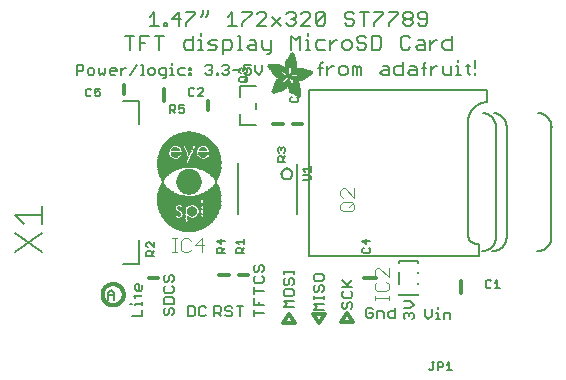
<source format=gbr>
G04 EAGLE Gerber RS-274X export*
G75*
%MOMM*%
%FSLAX34Y34*%
%LPD*%
%INSilkscreen Top*%
%IPPOS*%
%AMOC8*
5,1,8,0,0,1.08239X$1,22.5*%
G01*
%ADD10C,0.304800*%
%ADD11C,0.152400*%
%ADD12C,0.177800*%
%ADD13C,0.127000*%
%ADD14C,0.101600*%
%ADD15C,0.203200*%
%ADD16R,0.050800X0.006300*%
%ADD17R,0.082600X0.006400*%
%ADD18R,0.120600X0.006300*%
%ADD19R,0.139700X0.006400*%
%ADD20R,0.158800X0.006300*%
%ADD21R,0.177800X0.006400*%
%ADD22R,0.196800X0.006300*%
%ADD23R,0.215900X0.006400*%
%ADD24R,0.228600X0.006300*%
%ADD25R,0.241300X0.006400*%
%ADD26R,0.254000X0.006300*%
%ADD27R,0.266700X0.006400*%
%ADD28R,0.279400X0.006300*%
%ADD29R,0.285700X0.006400*%
%ADD30R,0.298400X0.006300*%
%ADD31R,0.311200X0.006400*%
%ADD32R,0.317500X0.006300*%
%ADD33R,0.330200X0.006400*%
%ADD34R,0.336600X0.006300*%
%ADD35R,0.349200X0.006400*%
%ADD36R,0.361900X0.006300*%
%ADD37R,0.368300X0.006400*%
%ADD38R,0.381000X0.006300*%
%ADD39R,0.387300X0.006400*%
%ADD40R,0.393700X0.006300*%
%ADD41R,0.406400X0.006400*%
%ADD42R,0.412700X0.006300*%
%ADD43R,0.419100X0.006400*%
%ADD44R,0.431800X0.006300*%
%ADD45R,0.438100X0.006400*%
%ADD46R,0.450800X0.006300*%
%ADD47R,0.457200X0.006400*%
%ADD48R,0.463500X0.006300*%
%ADD49R,0.476200X0.006400*%
%ADD50R,0.482600X0.006300*%
%ADD51R,0.488900X0.006400*%
%ADD52R,0.501600X0.006300*%
%ADD53R,0.508000X0.006400*%
%ADD54R,0.514300X0.006300*%
%ADD55R,0.527000X0.006400*%
%ADD56R,0.533400X0.006300*%
%ADD57R,0.546100X0.006400*%
%ADD58R,0.552400X0.006300*%
%ADD59R,0.558800X0.006400*%
%ADD60R,0.571500X0.006300*%
%ADD61R,0.577800X0.006400*%
%ADD62R,0.584200X0.006300*%
%ADD63R,0.596900X0.006400*%
%ADD64R,0.603200X0.006300*%
%ADD65R,0.609600X0.006400*%
%ADD66R,0.622300X0.006300*%
%ADD67R,0.628600X0.006400*%
%ADD68R,0.641300X0.006300*%
%ADD69R,0.647700X0.006400*%
%ADD70R,0.063500X0.006300*%
%ADD71R,0.654000X0.006300*%
%ADD72R,0.101600X0.006400*%
%ADD73R,0.666700X0.006400*%
%ADD74R,0.139700X0.006300*%
%ADD75R,0.673100X0.006300*%
%ADD76R,0.165100X0.006400*%
%ADD77R,0.679400X0.006400*%
%ADD78R,0.196900X0.006300*%
%ADD79R,0.692100X0.006300*%
%ADD80R,0.222200X0.006400*%
%ADD81R,0.698500X0.006400*%
%ADD82R,0.247700X0.006300*%
%ADD83R,0.704800X0.006300*%
%ADD84R,0.279400X0.006400*%
%ADD85R,0.717500X0.006400*%
%ADD86R,0.298500X0.006300*%
%ADD87R,0.723900X0.006300*%
%ADD88R,0.736600X0.006400*%
%ADD89R,0.342900X0.006300*%
%ADD90R,0.742900X0.006300*%
%ADD91R,0.374700X0.006400*%
%ADD92R,0.749300X0.006400*%
%ADD93R,0.762000X0.006300*%
%ADD94R,0.412700X0.006400*%
%ADD95R,0.768300X0.006400*%
%ADD96R,0.438100X0.006300*%
%ADD97R,0.774700X0.006300*%
%ADD98R,0.463600X0.006400*%
%ADD99R,0.787400X0.006400*%
%ADD100R,0.793700X0.006300*%
%ADD101R,0.495300X0.006400*%
%ADD102R,0.800100X0.006400*%
%ADD103R,0.520700X0.006300*%
%ADD104R,0.812800X0.006300*%
%ADD105R,0.533400X0.006400*%
%ADD106R,0.819100X0.006400*%
%ADD107R,0.558800X0.006300*%
%ADD108R,0.825500X0.006300*%
%ADD109R,0.577900X0.006400*%
%ADD110R,0.831800X0.006400*%
%ADD111R,0.596900X0.006300*%
%ADD112R,0.844500X0.006300*%
%ADD113R,0.616000X0.006400*%
%ADD114R,0.850900X0.006400*%
%ADD115R,0.635000X0.006300*%
%ADD116R,0.857200X0.006300*%
%ADD117R,0.654100X0.006400*%
%ADD118R,0.863600X0.006400*%
%ADD119R,0.666700X0.006300*%
%ADD120R,0.869900X0.006300*%
%ADD121R,0.685800X0.006400*%
%ADD122R,0.876300X0.006400*%
%ADD123R,0.882600X0.006300*%
%ADD124R,0.723900X0.006400*%
%ADD125R,0.889000X0.006400*%
%ADD126R,0.895300X0.006300*%
%ADD127R,0.755700X0.006400*%
%ADD128R,0.901700X0.006400*%
%ADD129R,0.908000X0.006300*%
%ADD130R,0.793800X0.006400*%
%ADD131R,0.914400X0.006400*%
%ADD132R,0.806400X0.006300*%
%ADD133R,0.920700X0.006300*%
%ADD134R,0.825500X0.006400*%
%ADD135R,0.927100X0.006400*%
%ADD136R,0.933400X0.006300*%
%ADD137R,0.857300X0.006400*%
%ADD138R,0.939800X0.006400*%
%ADD139R,0.870000X0.006300*%
%ADD140R,0.939800X0.006300*%
%ADD141R,0.946100X0.006400*%
%ADD142R,0.952500X0.006300*%
%ADD143R,0.908000X0.006400*%
%ADD144R,0.958800X0.006400*%
%ADD145R,0.965200X0.006300*%
%ADD146R,0.965200X0.006400*%
%ADD147R,0.971500X0.006300*%
%ADD148R,0.952500X0.006400*%
%ADD149R,0.977900X0.006400*%
%ADD150R,0.958800X0.006300*%
%ADD151R,0.984200X0.006300*%
%ADD152R,0.971500X0.006400*%
%ADD153R,0.984200X0.006400*%
%ADD154R,0.990600X0.006300*%
%ADD155R,0.984300X0.006400*%
%ADD156R,0.996900X0.006400*%
%ADD157R,0.997000X0.006300*%
%ADD158R,0.996900X0.006300*%
%ADD159R,1.003300X0.006400*%
%ADD160R,1.016000X0.006300*%
%ADD161R,1.009600X0.006300*%
%ADD162R,1.016000X0.006400*%
%ADD163R,1.009600X0.006400*%
%ADD164R,1.022300X0.006300*%
%ADD165R,1.028700X0.006400*%
%ADD166R,1.035100X0.006300*%
%ADD167R,1.047800X0.006400*%
%ADD168R,1.054100X0.006300*%
%ADD169R,1.028700X0.006300*%
%ADD170R,1.054100X0.006400*%
%ADD171R,1.035000X0.006400*%
%ADD172R,1.060400X0.006300*%
%ADD173R,1.035000X0.006300*%
%ADD174R,1.060500X0.006400*%
%ADD175R,1.041400X0.006400*%
%ADD176R,1.066800X0.006300*%
%ADD177R,1.041400X0.006300*%
%ADD178R,1.079500X0.006400*%
%ADD179R,1.047700X0.006400*%
%ADD180R,1.085900X0.006300*%
%ADD181R,1.047700X0.006300*%
%ADD182R,1.085800X0.006400*%
%ADD183R,1.092200X0.006300*%
%ADD184R,1.085900X0.006400*%
%ADD185R,1.098600X0.006300*%
%ADD186R,1.098600X0.006400*%
%ADD187R,1.060400X0.006400*%
%ADD188R,1.104900X0.006300*%
%ADD189R,1.104900X0.006400*%
%ADD190R,1.066800X0.006400*%
%ADD191R,1.111200X0.006300*%
%ADD192R,1.117600X0.006400*%
%ADD193R,1.117600X0.006300*%
%ADD194R,1.073100X0.006300*%
%ADD195R,1.073100X0.006400*%
%ADD196R,1.124000X0.006300*%
%ADD197R,1.079500X0.006300*%
%ADD198R,1.123900X0.006400*%
%ADD199R,1.130300X0.006300*%
%ADD200R,1.130300X0.006400*%
%ADD201R,1.136700X0.006400*%
%ADD202R,1.136700X0.006300*%
%ADD203R,1.085800X0.006300*%
%ADD204R,1.136600X0.006400*%
%ADD205R,1.136600X0.006300*%
%ADD206R,1.143000X0.006400*%
%ADD207R,1.143000X0.006300*%
%ADD208R,1.149400X0.006300*%
%ADD209R,1.149300X0.006300*%
%ADD210R,1.149300X0.006400*%
%ADD211R,1.149400X0.006400*%
%ADD212R,1.155700X0.006400*%
%ADD213R,1.155700X0.006300*%
%ADD214R,1.060500X0.006300*%
%ADD215R,2.197100X0.006400*%
%ADD216R,2.197100X0.006300*%
%ADD217R,2.184400X0.006300*%
%ADD218R,2.184400X0.006400*%
%ADD219R,2.171700X0.006400*%
%ADD220R,2.171700X0.006300*%
%ADD221R,1.530300X0.006400*%
%ADD222R,1.505000X0.006300*%
%ADD223R,1.492300X0.006400*%
%ADD224R,1.485900X0.006300*%
%ADD225R,0.565200X0.006300*%
%ADD226R,1.473200X0.006400*%
%ADD227R,0.565200X0.006400*%
%ADD228R,1.460500X0.006300*%
%ADD229R,1.454100X0.006400*%
%ADD230R,0.552400X0.006400*%
%ADD231R,1.441500X0.006300*%
%ADD232R,0.546100X0.006300*%
%ADD233R,1.435100X0.006400*%
%ADD234R,0.539800X0.006400*%
%ADD235R,1.428800X0.006300*%
%ADD236R,1.422400X0.006400*%
%ADD237R,1.409700X0.006300*%
%ADD238R,0.527100X0.006300*%
%ADD239R,1.403300X0.006400*%
%ADD240R,0.527100X0.006400*%
%ADD241R,1.390700X0.006300*%
%ADD242R,1.384300X0.006400*%
%ADD243R,0.520700X0.006400*%
%ADD244R,1.384300X0.006300*%
%ADD245R,0.514400X0.006300*%
%ADD246R,1.371600X0.006400*%
%ADD247R,1.365200X0.006300*%
%ADD248R,0.508000X0.006300*%
%ADD249R,1.352600X0.006400*%
%ADD250R,0.501700X0.006400*%
%ADD251R,0.711200X0.006300*%
%ADD252R,0.603300X0.006300*%
%ADD253R,0.501700X0.006300*%
%ADD254R,0.692100X0.006400*%
%ADD255R,0.571500X0.006400*%
%ADD256R,0.679400X0.006300*%
%ADD257R,0.495300X0.006300*%
%ADD258R,0.673100X0.006400*%
%ADD259R,0.666800X0.006300*%
%ADD260R,0.488900X0.006300*%
%ADD261R,0.660400X0.006400*%
%ADD262R,0.482600X0.006400*%
%ADD263R,0.476200X0.006300*%
%ADD264R,0.654000X0.006400*%
%ADD265R,0.469900X0.006400*%
%ADD266R,0.476300X0.006400*%
%ADD267R,0.647700X0.006300*%
%ADD268R,0.457200X0.006300*%
%ADD269R,0.469900X0.006300*%
%ADD270R,0.641300X0.006400*%
%ADD271R,0.444500X0.006400*%
%ADD272R,0.463600X0.006300*%
%ADD273R,0.635000X0.006400*%
%ADD274R,0.463500X0.006400*%
%ADD275R,0.393700X0.006400*%
%ADD276R,0.450800X0.006400*%
%ADD277R,0.628600X0.006300*%
%ADD278R,0.387400X0.006300*%
%ADD279R,0.450900X0.006300*%
%ADD280R,0.628700X0.006400*%
%ADD281R,0.374600X0.006400*%
%ADD282R,0.368300X0.006300*%
%ADD283R,0.438200X0.006300*%
%ADD284R,0.622300X0.006400*%
%ADD285R,0.355600X0.006400*%
%ADD286R,0.431800X0.006400*%
%ADD287R,0.349300X0.006300*%
%ADD288R,0.425400X0.006300*%
%ADD289R,0.615900X0.006300*%
%ADD290R,0.330200X0.006300*%
%ADD291R,0.419100X0.006300*%
%ADD292R,0.616000X0.006300*%
%ADD293R,0.311200X0.006300*%
%ADD294R,0.406400X0.006300*%
%ADD295R,0.615900X0.006400*%
%ADD296R,0.304800X0.006400*%
%ADD297R,0.158800X0.006400*%
%ADD298R,0.609600X0.006300*%
%ADD299R,0.292100X0.006300*%
%ADD300R,0.235000X0.006300*%
%ADD301R,0.387400X0.006400*%
%ADD302R,0.292100X0.006400*%
%ADD303R,0.336500X0.006300*%
%ADD304R,0.260400X0.006300*%
%ADD305R,0.603300X0.006400*%
%ADD306R,0.260400X0.006400*%
%ADD307R,0.362000X0.006400*%
%ADD308R,0.450900X0.006400*%
%ADD309R,0.355600X0.006300*%
%ADD310R,0.342900X0.006400*%
%ADD311R,0.514300X0.006400*%
%ADD312R,0.234900X0.006300*%
%ADD313R,0.539700X0.006300*%
%ADD314R,0.603200X0.006400*%
%ADD315R,0.234900X0.006400*%
%ADD316R,0.920700X0.006400*%
%ADD317R,0.958900X0.006400*%
%ADD318R,0.215900X0.006300*%
%ADD319R,0.209600X0.006400*%
%ADD320R,0.203200X0.006300*%
%ADD321R,1.003300X0.006300*%
%ADD322R,0.203200X0.006400*%
%ADD323R,0.196900X0.006400*%
%ADD324R,0.190500X0.006300*%
%ADD325R,0.190500X0.006400*%
%ADD326R,0.184200X0.006300*%
%ADD327R,0.590500X0.006400*%
%ADD328R,0.184200X0.006400*%
%ADD329R,0.590500X0.006300*%
%ADD330R,0.177800X0.006300*%
%ADD331R,0.584200X0.006400*%
%ADD332R,1.168400X0.006400*%
%ADD333R,0.171500X0.006300*%
%ADD334R,1.187500X0.006300*%
%ADD335R,1.200100X0.006400*%
%ADD336R,0.577800X0.006300*%
%ADD337R,1.212900X0.006300*%
%ADD338R,1.231900X0.006400*%
%ADD339R,1.250900X0.006300*%
%ADD340R,0.565100X0.006400*%
%ADD341R,0.184100X0.006400*%
%ADD342R,1.263700X0.006400*%
%ADD343R,0.565100X0.006300*%
%ADD344R,1.289100X0.006300*%
%ADD345R,1.314400X0.006400*%
%ADD346R,0.552500X0.006300*%
%ADD347R,1.568500X0.006300*%
%ADD348R,0.552500X0.006400*%
%ADD349R,1.581200X0.006400*%
%ADD350R,1.593800X0.006300*%
%ADD351R,1.606500X0.006400*%
%ADD352R,1.619300X0.006300*%
%ADD353R,0.514400X0.006400*%
%ADD354R,1.638300X0.006400*%
%ADD355R,1.657300X0.006300*%
%ADD356R,2.209800X0.006400*%
%ADD357R,2.425700X0.006300*%
%ADD358R,2.470100X0.006400*%
%ADD359R,2.501900X0.006300*%
%ADD360R,2.533700X0.006400*%
%ADD361R,2.559000X0.006300*%
%ADD362R,2.584500X0.006400*%
%ADD363R,2.609900X0.006300*%
%ADD364R,2.628900X0.006400*%
%ADD365R,2.660600X0.006300*%
%ADD366R,2.673400X0.006400*%
%ADD367R,1.422400X0.006300*%
%ADD368R,1.200200X0.006300*%
%ADD369R,1.365300X0.006300*%
%ADD370R,1.365300X0.006400*%
%ADD371R,1.352500X0.006300*%
%ADD372R,1.098500X0.006300*%
%ADD373R,1.358900X0.006400*%
%ADD374R,1.352600X0.006300*%
%ADD375R,1.358900X0.006300*%
%ADD376R,1.371600X0.006300*%
%ADD377R,1.377900X0.006400*%
%ADD378R,1.397000X0.006400*%
%ADD379R,1.403300X0.006300*%
%ADD380R,0.914400X0.006300*%
%ADD381R,0.876300X0.006300*%
%ADD382R,0.374600X0.006300*%
%ADD383R,1.073200X0.006400*%
%ADD384R,0.374700X0.006300*%
%ADD385R,0.844600X0.006400*%
%ADD386R,0.844600X0.006300*%
%ADD387R,0.831900X0.006400*%
%ADD388R,1.092200X0.006400*%
%ADD389R,0.400000X0.006300*%
%ADD390R,0.819200X0.006400*%
%ADD391R,1.111300X0.006400*%
%ADD392R,0.812800X0.006400*%
%ADD393R,0.800100X0.006300*%
%ADD394R,0.476300X0.006300*%
%ADD395R,1.181100X0.006300*%
%ADD396R,0.501600X0.006400*%
%ADD397R,1.193800X0.006400*%
%ADD398R,0.781000X0.006400*%
%ADD399R,1.238200X0.006400*%
%ADD400R,0.781100X0.006300*%
%ADD401R,1.257300X0.006300*%
%ADD402R,1.295400X0.006400*%
%ADD403R,1.333500X0.006300*%
%ADD404R,0.774700X0.006400*%
%ADD405R,1.866900X0.006400*%
%ADD406R,0.209600X0.006300*%
%ADD407R,1.866900X0.006300*%
%ADD408R,0.768400X0.006400*%
%ADD409R,0.209500X0.006400*%
%ADD410R,1.860600X0.006400*%
%ADD411R,0.762000X0.006400*%
%ADD412R,0.768400X0.006300*%
%ADD413R,1.860600X0.006300*%
%ADD414R,1.860500X0.006400*%
%ADD415R,0.222300X0.006300*%
%ADD416R,1.854200X0.006300*%
%ADD417R,0.235000X0.006400*%
%ADD418R,1.854200X0.006400*%
%ADD419R,0.768300X0.006300*%
%ADD420R,0.260300X0.006400*%
%ADD421R,1.847800X0.006400*%
%ADD422R,0.266700X0.006300*%
%ADD423R,1.847800X0.006300*%
%ADD424R,0.273100X0.006400*%
%ADD425R,1.841500X0.006400*%
%ADD426R,0.285800X0.006300*%
%ADD427R,1.841500X0.006300*%
%ADD428R,0.298500X0.006400*%
%ADD429R,1.835100X0.006400*%
%ADD430R,0.781000X0.006300*%
%ADD431R,0.304800X0.006300*%
%ADD432R,1.835100X0.006300*%
%ADD433R,0.317500X0.006400*%
%ADD434R,1.828800X0.006400*%
%ADD435R,0.787400X0.006300*%
%ADD436R,0.323800X0.006300*%
%ADD437R,1.828800X0.006300*%
%ADD438R,0.793700X0.006400*%
%ADD439R,1.822400X0.006400*%
%ADD440R,0.806500X0.006300*%
%ADD441R,1.822400X0.006300*%
%ADD442R,1.816100X0.006400*%
%ADD443R,0.819100X0.006300*%
%ADD444R,0.387300X0.006300*%
%ADD445R,1.816100X0.006300*%
%ADD446R,1.809800X0.006400*%
%ADD447R,1.803400X0.006300*%
%ADD448R,1.797000X0.006400*%
%ADD449R,0.901700X0.006300*%
%ADD450R,1.797000X0.006300*%
%ADD451R,1.441400X0.006400*%
%ADD452R,1.790700X0.006400*%
%ADD453R,1.447800X0.006300*%
%ADD454R,1.784300X0.006300*%
%ADD455R,1.447800X0.006400*%
%ADD456R,1.784300X0.006400*%
%ADD457R,1.454100X0.006300*%
%ADD458R,1.771700X0.006300*%
%ADD459R,1.460500X0.006400*%
%ADD460R,1.759000X0.006400*%
%ADD461R,1.466800X0.006300*%
%ADD462R,1.752600X0.006300*%
%ADD463R,1.466800X0.006400*%
%ADD464R,1.739900X0.006400*%
%ADD465R,1.473200X0.006300*%
%ADD466R,1.727200X0.006300*%
%ADD467R,1.479500X0.006400*%
%ADD468R,1.714500X0.006400*%
%ADD469R,1.695400X0.006300*%
%ADD470R,1.485900X0.006400*%
%ADD471R,1.682700X0.006400*%
%ADD472R,1.492200X0.006300*%
%ADD473R,1.663700X0.006300*%
%ADD474R,1.498600X0.006400*%
%ADD475R,1.644600X0.006400*%
%ADD476R,1.498600X0.006300*%
%ADD477R,1.619200X0.006300*%
%ADD478R,1.511300X0.006400*%
%ADD479R,1.600200X0.006400*%
%ADD480R,1.517700X0.006300*%
%ADD481R,1.574800X0.006300*%
%ADD482R,1.524000X0.006400*%
%ADD483R,1.555800X0.006400*%
%ADD484R,1.524000X0.006300*%
%ADD485R,1.536700X0.006300*%
%ADD486R,1.530400X0.006400*%
%ADD487R,1.517700X0.006400*%
%ADD488R,1.492300X0.006300*%
%ADD489R,1.549400X0.006400*%
%ADD490R,1.479600X0.006400*%
%ADD491R,1.549400X0.006300*%
%ADD492R,1.555700X0.006400*%
%ADD493R,1.562100X0.006300*%
%ADD494R,0.323900X0.006300*%
%ADD495R,1.568400X0.006400*%
%ADD496R,0.336600X0.006400*%
%ADD497R,1.587500X0.006300*%
%ADD498R,0.971600X0.006300*%
%ADD499R,0.349300X0.006400*%
%ADD500R,1.600200X0.006300*%
%ADD501R,0.920800X0.006300*%
%ADD502R,0.882700X0.006400*%
%ADD503R,1.612900X0.006300*%
%ADD504R,0.362000X0.006300*%
%ADD505R,1.625600X0.006400*%
%ADD506R,1.625600X0.006300*%
%ADD507R,1.644600X0.006300*%
%ADD508R,0.736600X0.006300*%
%ADD509R,0.717600X0.006400*%
%ADD510R,1.657400X0.006300*%
%ADD511R,0.679500X0.006300*%
%ADD512R,1.663700X0.006400*%
%ADD513R,0.400000X0.006400*%
%ADD514R,1.676400X0.006300*%
%ADD515R,1.676400X0.006400*%
%ADD516R,0.425500X0.006400*%
%ADD517R,1.352500X0.006400*%
%ADD518R,0.444500X0.006300*%
%ADD519R,0.361900X0.006400*%
%ADD520R,0.088900X0.006300*%
%ADD521R,1.009700X0.006300*%
%ADD522R,1.009700X0.006400*%
%ADD523R,1.022300X0.006400*%
%ADD524R,1.346200X0.006400*%
%ADD525R,1.346200X0.006300*%
%ADD526R,1.339900X0.006400*%
%ADD527R,1.035100X0.006400*%
%ADD528R,1.339800X0.006300*%
%ADD529R,1.333500X0.006400*%
%ADD530R,1.327200X0.006400*%
%ADD531R,1.320800X0.006300*%
%ADD532R,1.314500X0.006400*%
%ADD533R,1.314400X0.006300*%
%ADD534R,1.301700X0.006400*%
%ADD535R,1.295400X0.006300*%
%ADD536R,1.289000X0.006400*%
%ADD537R,1.276300X0.006300*%
%ADD538R,1.251000X0.006300*%
%ADD539R,1.244600X0.006400*%
%ADD540R,1.231900X0.006300*%
%ADD541R,1.212800X0.006400*%
%ADD542R,1.200100X0.006300*%
%ADD543R,1.187400X0.006400*%
%ADD544R,1.168400X0.006300*%
%ADD545R,1.047800X0.006300*%
%ADD546R,0.977900X0.006300*%
%ADD547R,0.946200X0.006400*%
%ADD548R,0.933400X0.006400*%
%ADD549R,0.895300X0.006400*%
%ADD550R,0.882700X0.006300*%
%ADD551R,0.863600X0.006300*%
%ADD552R,0.857200X0.006400*%
%ADD553R,0.850900X0.006300*%
%ADD554R,0.838200X0.006300*%
%ADD555R,0.806500X0.006400*%
%ADD556R,0.717600X0.006300*%
%ADD557R,0.711200X0.006400*%
%ADD558R,0.641400X0.006400*%
%ADD559R,0.641400X0.006300*%
%ADD560R,0.628700X0.006300*%
%ADD561R,0.590600X0.006300*%
%ADD562R,0.539700X0.006400*%
%ADD563R,0.285700X0.006300*%
%ADD564R,0.222200X0.006300*%
%ADD565R,0.171400X0.006300*%
%ADD566R,0.152400X0.006400*%
%ADD567R,0.133400X0.006300*%
%ADD568R,0.271781X0.033781*%
%ADD569R,0.914400X0.034037*%
%ADD570R,1.252219X0.033781*%
%ADD571R,1.524000X0.033781*%
%ADD572R,1.727200X0.034037*%
%ADD573R,1.930400X0.033781*%
%ADD574R,2.065019X0.033781*%
%ADD575R,2.235200X0.034037*%
%ADD576R,2.405381X0.033781*%
%ADD577R,2.540000X0.033781*%
%ADD578R,2.641600X0.034037*%
%ADD579R,2.743200X0.033781*%
%ADD580R,2.877819X0.033781*%
%ADD581R,2.979419X0.034037*%
%ADD582R,3.081019X0.033781*%
%ADD583R,3.182619X0.033781*%
%ADD584R,3.284219X0.034037*%
%ADD585R,3.352800X0.033781*%
%ADD586R,3.454400X0.033781*%
%ADD587R,3.522981X0.034037*%
%ADD588R,3.624581X0.033781*%
%ADD589R,3.690619X0.033781*%
%ADD590R,3.759200X0.034037*%
%ADD591R,3.827781X0.033781*%
%ADD592R,1.658619X0.033781*%
%ADD593R,2.166619X0.033781*%
%ADD594R,1.661163X0.034037*%
%ADD595R,2.166619X0.034037*%
%ADD596R,1.694181X0.033781*%
%ADD597R,2.202181X0.033781*%
%ADD598R,1.727200X0.033781*%
%ADD599R,2.235200X0.033781*%
%ADD600R,1.762763X0.034037*%
%ADD601R,2.268219X0.034037*%
%ADD602R,1.795781X0.033781*%
%ADD603R,2.268219X0.033781*%
%ADD604R,2.303781X0.033781*%
%ADD605R,1.828800X0.034037*%
%ADD606R,2.336800X0.034037*%
%ADD607R,1.864363X0.033781*%
%ADD608R,2.369819X0.033781*%
%ADD609R,1.897381X0.033781*%
%ADD610R,1.897381X0.034037*%
%ADD611R,2.405381X0.034037*%
%ADD612R,0.474981X0.033781*%
%ADD613R,0.304800X0.033781*%
%ADD614R,1.219200X0.033781*%
%ADD615R,0.373381X0.033781*%
%ADD616R,0.203200X0.033781*%
%ADD617R,0.543563X0.033781*%
%ADD618R,1.150619X0.033781*%
%ADD619R,1.153163X0.034037*%
%ADD620R,0.340363X0.034037*%
%ADD621R,0.134619X0.034037*%
%ADD622R,0.474981X0.034037*%
%ADD623R,1.150619X0.034037*%
%ADD624R,0.101600X0.033781*%
%ADD625R,0.441963X0.033781*%
%ADD626R,1.186181X0.033781*%
%ADD627R,0.068581X0.033781*%
%ADD628R,0.406400X0.033781*%
%ADD629R,1.183638X0.034037*%
%ADD630R,0.269238X0.034037*%
%ADD631R,0.271781X0.034037*%
%ADD632R,0.406400X0.034037*%
%ADD633R,0.373381X0.034037*%
%ADD634R,1.219200X0.034037*%
%ADD635R,1.254763X0.033781*%
%ADD636R,0.340363X0.033781*%
%ADD637R,0.472438X0.033781*%
%ADD638R,1.661163X0.033781*%
%ADD639R,0.238763X0.033781*%
%ADD640R,0.576581X0.033781*%
%ADD641R,0.238763X0.034037*%
%ADD642R,0.642619X0.034037*%
%ADD643R,0.304800X0.034037*%
%ADD644R,1.287781X0.034037*%
%ADD645R,0.675638X0.033781*%
%ADD646R,1.287781X0.033781*%
%ADD647R,1.760219X0.033781*%
%ADD648R,0.746762X0.033781*%
%ADD649R,1.320800X0.033781*%
%ADD650R,0.746762X0.034037*%
%ADD651R,1.320800X0.034037*%
%ADD652R,0.779781X0.033781*%
%ADD653R,1.353819X0.033781*%
%ADD654R,0.812800X0.033781*%
%ADD655R,1.658619X0.034037*%
%ADD656R,0.812800X0.034037*%
%ADD657R,1.389381X0.034037*%
%ADD658R,1.625600X0.033781*%
%ADD659R,1.389381X0.033781*%
%ADD660R,1.590037X0.033781*%
%ADD661R,1.524000X0.034037*%
%ADD662R,1.422400X0.034037*%
%ADD663R,1.488438X0.033781*%
%ADD664R,1.422400X0.033781*%
%ADD665R,1.490981X0.033781*%
%ADD666R,1.457963X0.034037*%
%ADD667R,0.609600X0.034037*%
%ADD668R,1.455419X0.034037*%
%ADD669R,1.457963X0.033781*%
%ADD670R,0.645163X0.033781*%
%ADD671R,1.455419X0.033781*%
%ADD672R,0.678181X0.033781*%
%ADD673R,1.490981X0.034037*%
%ADD674R,0.678181X0.034037*%
%ADD675R,0.675638X0.034037*%
%ADD676R,0.711200X0.033781*%
%ADD677R,0.642619X0.033781*%
%ADD678R,0.472438X0.034037*%
%ADD679R,0.134619X0.033781*%
%ADD680R,0.033019X0.033781*%
%ADD681R,1.592581X0.034037*%
%ADD682R,0.068581X0.034037*%
%ADD683R,0.441963X0.034037*%
%ADD684R,0.170181X0.033781*%
%ADD685R,1.557019X0.033781*%
%ADD686R,2.301238X0.034037*%
%ADD687R,5.384800X0.033781*%
%ADD688R,5.417819X0.034037*%
%ADD689R,5.417819X0.033781*%
%ADD690R,3.726181X0.033781*%
%ADD691R,1.559563X0.033781*%
%ADD692R,3.690619X0.034037*%
%ADD693R,3.726181X0.034037*%
%ADD694R,5.453381X0.033781*%
%ADD695R,5.453381X0.034037*%
%ADD696R,2.100581X0.034037*%
%ADD697R,2.098038X0.034037*%
%ADD698R,1.965963X0.033781*%
%ADD699R,1.963419X0.033781*%
%ADD700R,1.828800X0.033781*%
%ADD701R,1.861819X0.033781*%
%ADD702R,1.760219X0.034037*%
%ADD703R,1.592581X0.033781*%
%ADD704R,0.982981X0.034037*%
%ADD705R,1.386838X0.033781*%
%ADD706R,1.084581X0.033781*%
%ADD707R,1.285238X0.034037*%
%ADD708R,1.153163X0.033781*%
%ADD709R,1.084581X0.034037*%
%ADD710R,1.049019X0.033781*%
%ADD711R,1.016000X0.033781*%
%ADD712R,0.949963X0.033781*%
%ADD713R,0.980438X0.033781*%
%ADD714R,1.694181X0.034037*%
%ADD715R,0.881381X0.033781*%
%ADD716R,0.845819X0.033781*%
%ADD717R,0.777238X0.033781*%
%ADD718R,0.744219X0.034037*%
%ADD719R,0.779781X0.034037*%
%ADD720R,1.930400X0.034037*%
%ADD721R,0.541019X0.033781*%
%ADD722R,0.508000X0.033781*%
%ADD723R,1.998981X0.033781*%
%ADD724R,0.439419X0.034037*%
%ADD725R,1.998981X0.034037*%
%ADD726R,2.032000X0.033781*%
%ADD727R,0.337819X0.033781*%
%ADD728R,2.065019X0.034037*%
%ADD729R,0.269238X0.033781*%
%ADD730R,2.100581X0.033781*%
%ADD731R,0.236219X0.033781*%
%ADD732R,0.167637X0.034037*%
%ADD733R,2.133600X0.034037*%
%ADD734R,0.170181X0.034037*%
%ADD735R,2.133600X0.033781*%
%ADD736R,0.137162X0.033781*%
%ADD737R,0.035563X0.034037*%
%ADD738R,0.033019X0.034037*%
%ADD739R,0.035563X0.033781*%
%ADD740R,0.101600X0.034037*%
%ADD741R,0.167637X0.033781*%
%ADD742R,0.236219X0.034037*%
%ADD743R,0.337819X0.034037*%
%ADD744R,0.439419X0.033781*%
%ADD745R,0.508000X0.034037*%
%ADD746R,0.609600X0.033781*%
%ADD747R,0.574037X0.033781*%
%ADD748R,0.645163X0.034037*%
%ADD749R,0.744219X0.033781*%
%ADD750R,0.777238X0.034037*%
%ADD751R,1.795781X0.034037*%
%ADD752R,0.914400X0.033781*%
%ADD753R,0.949963X0.034037*%
%ADD754R,0.947419X0.034037*%
%ADD755R,1.117600X0.034037*%
%ADD756R,1.285238X0.033781*%
%ADD757R,1.186181X0.034037*%
%ADD758R,1.353819X0.034037*%
%ADD759R,1.117600X0.033781*%
%ADD760R,0.982981X0.033781*%
%ADD761R,1.559563X0.034037*%
%ADD762R,0.845819X0.034037*%
%ADD763R,1.557019X0.034037*%
%ADD764R,2.067563X0.033781*%
%ADD765R,2.098038X0.033781*%
%ADD766R,2.303781X0.034037*%
%ADD767R,2.674619X0.033781*%
%ADD768R,2.641600X0.033781*%
%ADD769R,2.471419X0.034037*%
%ADD770R,2.844800X0.034037*%
%ADD771R,2.471419X0.033781*%
%ADD772R,2.844800X0.033781*%
%ADD773R,2.811781X0.033781*%
%ADD774R,2.506981X0.034037*%
%ADD775R,2.811781X0.034037*%
%ADD776R,2.506981X0.033781*%
%ADD777R,2.778763X0.033781*%
%ADD778R,2.540000X0.034037*%
%ADD779R,2.707638X0.034037*%
%ADD780R,2.707638X0.033781*%
%ADD781R,2.573019X0.033781*%
%ADD782R,2.674619X0.034037*%
%ADD783R,2.575563X0.033781*%
%ADD784R,1.356363X0.033781*%
%ADD785R,1.254763X0.034037*%
%ADD786R,0.881381X0.034037*%
%ADD787R,1.252219X0.034037*%
%ADD788R,1.082037X0.034037*%
%ADD789R,0.711200X0.034037*%
%ADD790R,1.016000X0.034037*%
%ADD791R,0.576581X0.034037*%
%ADD792R,0.541019X0.034037*%
%ADD793R,0.543563X0.034037*%
%ADD794R,0.574037X0.034037*%
%ADD795R,0.947419X0.033781*%
%ADD796R,0.066037X0.034037*%
%ADD797R,1.793238X0.033781*%
%ADD798R,1.356363X0.034037*%
%ADD799R,1.793238X0.034037*%
%ADD800R,0.370838X0.033781*%
%ADD801R,0.203200X0.034037*%
%ADD802R,0.878838X0.034037*%
%ADD803R,4.470400X0.033781*%
%ADD804R,4.437381X0.034037*%
%ADD805R,4.368800X0.033781*%
%ADD806R,4.300219X0.033781*%
%ADD807R,4.234181X0.034037*%
%ADD808R,4.198619X0.033781*%
%ADD809R,4.165600X0.033781*%
%ADD810R,4.097019X0.034037*%
%ADD811R,4.030981X0.033781*%
%ADD812R,3.962400X0.033781*%
%ADD813R,3.893819X0.034037*%
%ADD814R,3.759200X0.033781*%
%ADD815R,3.556000X0.033781*%
%ADD816R,3.454400X0.034037*%
%ADD817R,3.284219X0.033781*%
%ADD818R,3.182619X0.034037*%
%ADD819R,3.014981X0.033781*%
%ADD820R,2.877819X0.034037*%
%ADD821R,2.776219X0.033781*%


D10*
X233680Y41910D02*
X238760Y34290D01*
X228600Y34290D01*
X233680Y41910D01*
D11*
X299665Y39203D02*
X299665Y44965D01*
X299665Y39203D02*
X302546Y36322D01*
X305427Y39203D01*
X305427Y44965D01*
X309020Y42084D02*
X310461Y42084D01*
X310461Y36322D01*
X311901Y36322D02*
X309020Y36322D01*
X310461Y44965D02*
X310461Y46406D01*
X315257Y42084D02*
X315257Y36322D01*
X315257Y42084D02*
X319578Y42084D01*
X321019Y40644D01*
X321019Y36322D01*
X121286Y38862D02*
X121286Y47505D01*
X125608Y47505D01*
X127049Y46065D01*
X127049Y43184D01*
X125608Y41743D01*
X121286Y41743D01*
X124168Y41743D02*
X127049Y38862D01*
X134963Y47505D02*
X136404Y46065D01*
X134963Y47505D02*
X132082Y47505D01*
X130642Y46065D01*
X130642Y44624D01*
X132082Y43184D01*
X134963Y43184D01*
X136404Y41743D01*
X136404Y40303D01*
X134963Y38862D01*
X132082Y38862D01*
X130642Y40303D01*
X142878Y38862D02*
X142878Y47505D01*
X139997Y47505D02*
X145759Y47505D01*
X98892Y47505D02*
X98892Y38862D01*
X103213Y38862D01*
X104654Y40303D01*
X104654Y46065D01*
X103213Y47505D01*
X98892Y47505D01*
X112569Y47505D02*
X114009Y46065D01*
X112569Y47505D02*
X109687Y47505D01*
X108247Y46065D01*
X108247Y40303D01*
X109687Y38862D01*
X112569Y38862D01*
X114009Y40303D01*
X79665Y45894D02*
X78225Y44454D01*
X78225Y41573D01*
X79665Y40132D01*
X81106Y40132D01*
X82546Y41573D01*
X82546Y44454D01*
X83987Y45894D01*
X85427Y45894D01*
X86868Y44454D01*
X86868Y41573D01*
X85427Y40132D01*
X86868Y49487D02*
X78225Y49487D01*
X86868Y49487D02*
X86868Y53809D01*
X85427Y55249D01*
X79665Y55249D01*
X78225Y53809D01*
X78225Y49487D01*
X78225Y63164D02*
X79665Y64605D01*
X78225Y63164D02*
X78225Y60283D01*
X79665Y58842D01*
X85427Y58842D01*
X86868Y60283D01*
X86868Y63164D01*
X85427Y64605D01*
X78225Y72519D02*
X79665Y73960D01*
X78225Y72519D02*
X78225Y69638D01*
X79665Y68198D01*
X81106Y68198D01*
X82546Y69638D01*
X82546Y72519D01*
X83987Y73960D01*
X85427Y73960D01*
X86868Y72519D01*
X86868Y69638D01*
X85427Y68198D01*
X154425Y41743D02*
X163068Y41743D01*
X154425Y38862D02*
X154425Y44624D01*
X154425Y48217D02*
X163068Y48217D01*
X154425Y48217D02*
X154425Y53979D01*
X158746Y51098D02*
X158746Y48217D01*
X163068Y60454D02*
X154425Y60454D01*
X154425Y63335D02*
X154425Y57572D01*
X154425Y71249D02*
X155865Y72690D01*
X154425Y71249D02*
X154425Y68368D01*
X155865Y66928D01*
X161627Y66928D01*
X163068Y68368D01*
X163068Y71249D01*
X161627Y72690D01*
X154425Y80604D02*
X155865Y82045D01*
X154425Y80604D02*
X154425Y77723D01*
X155865Y76283D01*
X157306Y76283D01*
X158746Y77723D01*
X158746Y80604D01*
X160187Y82045D01*
X161627Y82045D01*
X163068Y80604D01*
X163068Y77723D01*
X161627Y76283D01*
X179825Y46482D02*
X188468Y46482D01*
X182706Y49363D02*
X179825Y46482D01*
X182706Y49363D02*
X179825Y52244D01*
X188468Y52244D01*
X179825Y57278D02*
X179825Y60159D01*
X179825Y57278D02*
X181265Y55837D01*
X187027Y55837D01*
X188468Y57278D01*
X188468Y60159D01*
X187027Y61599D01*
X181265Y61599D01*
X179825Y60159D01*
X179825Y69514D02*
X181265Y70955D01*
X179825Y69514D02*
X179825Y66633D01*
X181265Y65192D01*
X182706Y65192D01*
X184146Y66633D01*
X184146Y69514D01*
X185587Y70955D01*
X187027Y70955D01*
X188468Y69514D01*
X188468Y66633D01*
X187027Y65192D01*
X188468Y74548D02*
X188468Y77429D01*
X188468Y75988D02*
X179825Y75988D01*
X179825Y74548D02*
X179825Y77429D01*
X229355Y49534D02*
X230795Y50974D01*
X229355Y49534D02*
X229355Y46653D01*
X230795Y45212D01*
X232236Y45212D01*
X233676Y46653D01*
X233676Y49534D01*
X235117Y50974D01*
X236557Y50974D01*
X237998Y49534D01*
X237998Y46653D01*
X236557Y45212D01*
X229355Y58889D02*
X230795Y60329D01*
X229355Y58889D02*
X229355Y56008D01*
X230795Y54567D01*
X236557Y54567D01*
X237998Y56008D01*
X237998Y58889D01*
X236557Y60329D01*
X237998Y63922D02*
X229355Y63922D01*
X235117Y63922D02*
X229355Y69685D01*
X233676Y65363D02*
X237998Y69685D01*
X213868Y43942D02*
X205225Y43942D01*
X208106Y46823D01*
X205225Y49704D01*
X213868Y49704D01*
X213868Y53297D02*
X213868Y56178D01*
X213868Y54738D02*
X205225Y54738D01*
X205225Y56178D02*
X205225Y53297D01*
X205225Y63856D02*
X206665Y65296D01*
X205225Y63856D02*
X205225Y60975D01*
X206665Y59534D01*
X208106Y59534D01*
X209546Y60975D01*
X209546Y63856D01*
X210987Y65296D01*
X212427Y65296D01*
X213868Y63856D01*
X213868Y60975D01*
X212427Y59534D01*
X205225Y70330D02*
X205225Y73211D01*
X205225Y70330D02*
X206665Y68889D01*
X212427Y68889D01*
X213868Y70330D01*
X213868Y73211D01*
X212427Y74651D01*
X206665Y74651D01*
X205225Y73211D01*
X60198Y38862D02*
X51555Y38862D01*
X60198Y38862D02*
X60198Y44624D01*
X54436Y48217D02*
X54436Y49658D01*
X60198Y49658D01*
X60198Y51098D02*
X60198Y48217D01*
X51555Y49658D02*
X50114Y49658D01*
X52995Y55895D02*
X58757Y55895D01*
X60198Y57335D01*
X54436Y57335D02*
X54436Y54454D01*
X60198Y62131D02*
X60198Y65012D01*
X60198Y62131D02*
X58757Y60691D01*
X55876Y60691D01*
X54436Y62131D01*
X54436Y65012D01*
X55876Y66453D01*
X57317Y66453D01*
X57317Y60691D01*
D12*
X66485Y292720D02*
X70383Y296618D01*
X70383Y284925D01*
X66485Y284925D02*
X74281Y284925D01*
X78880Y284925D02*
X78880Y286873D01*
X80829Y286873D01*
X80829Y284925D01*
X78880Y284925D01*
X90925Y284925D02*
X90925Y296618D01*
X85078Y290771D01*
X92874Y290771D01*
X97474Y296618D02*
X105270Y296618D01*
X105270Y294669D01*
X97474Y286873D01*
X97474Y284925D01*
X111818Y294669D02*
X111818Y298567D01*
X111818Y294669D02*
X109869Y292720D01*
X115716Y294669D02*
X115716Y298567D01*
X115716Y294669D02*
X113767Y292720D01*
X132595Y292720D02*
X136493Y296618D01*
X136493Y284925D01*
X132595Y284925D02*
X140391Y284925D01*
X144990Y296618D02*
X152786Y296618D01*
X152786Y294669D01*
X144990Y286873D01*
X144990Y284925D01*
X157386Y284925D02*
X165182Y284925D01*
X165182Y292720D02*
X157386Y284925D01*
X165182Y292720D02*
X165182Y294669D01*
X163233Y296618D01*
X159335Y296618D01*
X157386Y294669D01*
X169781Y292720D02*
X177577Y284925D01*
X177577Y292720D02*
X169781Y284925D01*
X182177Y294669D02*
X184126Y296618D01*
X188024Y296618D01*
X189973Y294669D01*
X189973Y292720D01*
X188024Y290771D01*
X186075Y290771D01*
X188024Y290771D02*
X189973Y288822D01*
X189973Y286873D01*
X188024Y284925D01*
X184126Y284925D01*
X182177Y286873D01*
X194573Y284925D02*
X202369Y284925D01*
X202369Y292720D02*
X194573Y284925D01*
X202369Y292720D02*
X202369Y294669D01*
X200420Y296618D01*
X196522Y296618D01*
X194573Y294669D01*
X206968Y294669D02*
X206968Y286873D01*
X206968Y294669D02*
X208917Y296618D01*
X212815Y296618D01*
X214764Y294669D01*
X214764Y286873D01*
X212815Y284925D01*
X208917Y284925D01*
X206968Y286873D01*
X214764Y294669D01*
X237607Y296618D02*
X239556Y294669D01*
X237607Y296618D02*
X233709Y296618D01*
X231760Y294669D01*
X231760Y292720D01*
X233709Y290771D01*
X237607Y290771D01*
X239556Y288822D01*
X239556Y286873D01*
X237607Y284925D01*
X233709Y284925D01*
X231760Y286873D01*
X248053Y284925D02*
X248053Y296618D01*
X244155Y296618D02*
X251951Y296618D01*
X256551Y296618D02*
X264347Y296618D01*
X264347Y294669D01*
X256551Y286873D01*
X256551Y284925D01*
X268946Y296618D02*
X276742Y296618D01*
X276742Y294669D01*
X268946Y286873D01*
X268946Y284925D01*
X281342Y294669D02*
X283291Y296618D01*
X287189Y296618D01*
X289138Y294669D01*
X289138Y292720D01*
X287189Y290771D01*
X289138Y288822D01*
X289138Y286873D01*
X287189Y284925D01*
X283291Y284925D01*
X281342Y286873D01*
X281342Y288822D01*
X283291Y290771D01*
X281342Y292720D01*
X281342Y294669D01*
X283291Y290771D02*
X287189Y290771D01*
X293738Y286873D02*
X295687Y284925D01*
X299585Y284925D01*
X301534Y286873D01*
X301534Y294669D01*
X299585Y296618D01*
X295687Y296618D01*
X293738Y294669D01*
X293738Y292720D01*
X295687Y290771D01*
X301534Y290771D01*
X49723Y276425D02*
X49723Y264732D01*
X45825Y276425D02*
X53621Y276425D01*
X58221Y276425D02*
X58221Y264732D01*
X58221Y276425D02*
X66017Y276425D01*
X62119Y270578D02*
X58221Y270578D01*
X74514Y264732D02*
X74514Y276425D01*
X70616Y276425D02*
X78412Y276425D01*
X103204Y276425D02*
X103204Y264732D01*
X97357Y264732D01*
X95408Y266680D01*
X95408Y270578D01*
X97357Y272527D01*
X103204Y272527D01*
X107803Y272527D02*
X109752Y272527D01*
X109752Y264732D01*
X107803Y264732D02*
X111701Y264732D01*
X109752Y276425D02*
X109752Y278374D01*
X116067Y264732D02*
X121914Y264732D01*
X123863Y266680D01*
X121914Y268629D01*
X118016Y268629D01*
X116067Y270578D01*
X118016Y272527D01*
X123863Y272527D01*
X128463Y272527D02*
X128463Y260834D01*
X128463Y272527D02*
X134310Y272527D01*
X136259Y270578D01*
X136259Y266680D01*
X134310Y264732D01*
X128463Y264732D01*
X140858Y276425D02*
X142807Y276425D01*
X142807Y264732D01*
X140858Y264732D02*
X144756Y264732D01*
X151071Y272527D02*
X154969Y272527D01*
X156918Y270578D01*
X156918Y264732D01*
X151071Y264732D01*
X149122Y266680D01*
X151071Y268629D01*
X156918Y268629D01*
X161518Y266680D02*
X161518Y272527D01*
X161518Y266680D02*
X163467Y264732D01*
X169314Y264732D01*
X169314Y262783D02*
X169314Y272527D01*
X169314Y262783D02*
X167365Y260834D01*
X165416Y260834D01*
X186309Y264732D02*
X186309Y276425D01*
X190207Y272527D01*
X194105Y276425D01*
X194105Y264732D01*
X198705Y272527D02*
X200654Y272527D01*
X200654Y264732D01*
X198705Y264732D02*
X202603Y264732D01*
X200654Y276425D02*
X200654Y278374D01*
X208917Y272527D02*
X214764Y272527D01*
X208917Y272527D02*
X206968Y270578D01*
X206968Y266680D01*
X208917Y264732D01*
X214764Y264732D01*
X219364Y264732D02*
X219364Y272527D01*
X219364Y268629D02*
X223262Y272527D01*
X225211Y272527D01*
X231643Y264732D02*
X235541Y264732D01*
X237490Y266680D01*
X237490Y270578D01*
X235541Y272527D01*
X231643Y272527D01*
X229694Y270578D01*
X229694Y266680D01*
X231643Y264732D01*
X247936Y276425D02*
X249885Y274476D01*
X247936Y276425D02*
X244038Y276425D01*
X242089Y274476D01*
X242089Y272527D01*
X244038Y270578D01*
X247936Y270578D01*
X249885Y268629D01*
X249885Y266680D01*
X247936Y264732D01*
X244038Y264732D01*
X242089Y266680D01*
X254485Y264732D02*
X254485Y276425D01*
X254485Y264732D02*
X260332Y264732D01*
X262281Y266680D01*
X262281Y274476D01*
X260332Y276425D01*
X254485Y276425D01*
X285123Y276425D02*
X287072Y274476D01*
X285123Y276425D02*
X281225Y276425D01*
X279276Y274476D01*
X279276Y266680D01*
X281225Y264732D01*
X285123Y264732D01*
X287072Y266680D01*
X293621Y272527D02*
X297519Y272527D01*
X299468Y270578D01*
X299468Y264732D01*
X293621Y264732D01*
X291672Y266680D01*
X293621Y268629D01*
X299468Y268629D01*
X304067Y264732D02*
X304067Y272527D01*
X304067Y268629D02*
X307965Y272527D01*
X309914Y272527D01*
X322193Y276425D02*
X322193Y264732D01*
X316346Y264732D01*
X314397Y266680D01*
X314397Y270578D01*
X316346Y272527D01*
X322193Y272527D01*
D11*
X4572Y251975D02*
X4572Y243332D01*
X4572Y251975D02*
X8894Y251975D01*
X10334Y250535D01*
X10334Y247654D01*
X8894Y246213D01*
X4572Y246213D01*
X15368Y243332D02*
X18249Y243332D01*
X19689Y244773D01*
X19689Y247654D01*
X18249Y249094D01*
X15368Y249094D01*
X13927Y247654D01*
X13927Y244773D01*
X15368Y243332D01*
X23282Y244773D02*
X23282Y249094D01*
X23282Y244773D02*
X24723Y243332D01*
X26164Y244773D01*
X27604Y243332D01*
X29045Y244773D01*
X29045Y249094D01*
X34078Y243332D02*
X36959Y243332D01*
X34078Y243332D02*
X32638Y244773D01*
X32638Y247654D01*
X34078Y249094D01*
X36959Y249094D01*
X38400Y247654D01*
X38400Y246213D01*
X32638Y246213D01*
X41993Y243332D02*
X41993Y249094D01*
X41993Y246213D02*
X44874Y249094D01*
X46314Y249094D01*
X49789Y243332D02*
X55551Y251975D01*
X59144Y251975D02*
X60584Y251975D01*
X60584Y243332D01*
X59144Y243332D02*
X62025Y243332D01*
X66821Y243332D02*
X69702Y243332D01*
X71143Y244773D01*
X71143Y247654D01*
X69702Y249094D01*
X66821Y249094D01*
X65381Y247654D01*
X65381Y244773D01*
X66821Y243332D01*
X77617Y240451D02*
X79058Y240451D01*
X80498Y241891D01*
X80498Y249094D01*
X76176Y249094D01*
X74736Y247654D01*
X74736Y244773D01*
X76176Y243332D01*
X80498Y243332D01*
X84091Y249094D02*
X85532Y249094D01*
X85532Y243332D01*
X86972Y243332D02*
X84091Y243332D01*
X85532Y251975D02*
X85532Y253416D01*
X91768Y249094D02*
X96090Y249094D01*
X91768Y249094D02*
X90328Y247654D01*
X90328Y244773D01*
X91768Y243332D01*
X96090Y243332D01*
X99683Y249094D02*
X101124Y249094D01*
X101124Y247654D01*
X99683Y247654D01*
X99683Y249094D01*
X99683Y244773D02*
X101124Y244773D01*
X101124Y243332D01*
X99683Y243332D01*
X99683Y244773D01*
X113716Y250535D02*
X115156Y251975D01*
X118038Y251975D01*
X119478Y250535D01*
X119478Y249094D01*
X118038Y247654D01*
X116597Y247654D01*
X118038Y247654D02*
X119478Y246213D01*
X119478Y244773D01*
X118038Y243332D01*
X115156Y243332D01*
X113716Y244773D01*
X123071Y244773D02*
X123071Y243332D01*
X123071Y244773D02*
X124512Y244773D01*
X124512Y243332D01*
X123071Y243332D01*
X127749Y250535D02*
X129189Y251975D01*
X132070Y251975D01*
X133511Y250535D01*
X133511Y249094D01*
X132070Y247654D01*
X130630Y247654D01*
X132070Y247654D02*
X133511Y246213D01*
X133511Y244773D01*
X132070Y243332D01*
X129189Y243332D01*
X127749Y244773D01*
X137104Y247654D02*
X142866Y247654D01*
X146459Y251975D02*
X152221Y251975D01*
X146459Y251975D02*
X146459Y247654D01*
X149340Y249094D01*
X150781Y249094D01*
X152221Y247654D01*
X152221Y244773D01*
X150781Y243332D01*
X147900Y243332D01*
X146459Y244773D01*
X155814Y246213D02*
X155814Y251975D01*
X155814Y246213D02*
X158695Y243332D01*
X161576Y246213D01*
X161576Y251975D01*
D12*
X210991Y252568D02*
X210991Y243459D01*
X210991Y252568D02*
X212813Y254390D01*
X212813Y248925D02*
X209169Y248925D01*
X216965Y250747D02*
X216965Y243459D01*
X216965Y247103D02*
X220609Y250747D01*
X222431Y250747D01*
X228532Y243459D02*
X232176Y243459D01*
X233997Y245281D01*
X233997Y248925D01*
X232176Y250747D01*
X228532Y250747D01*
X226710Y248925D01*
X226710Y245281D01*
X228532Y243459D01*
X238404Y243459D02*
X238404Y250747D01*
X240226Y250747D01*
X242048Y248925D01*
X242048Y243459D01*
X242048Y248925D02*
X243870Y250747D01*
X245691Y248925D01*
X245691Y243459D01*
X263614Y250747D02*
X267258Y250747D01*
X269079Y248925D01*
X269079Y243459D01*
X263614Y243459D01*
X261792Y245281D01*
X263614Y247103D01*
X269079Y247103D01*
X280773Y243459D02*
X280773Y254390D01*
X280773Y243459D02*
X275308Y243459D01*
X273486Y245281D01*
X273486Y248925D01*
X275308Y250747D01*
X280773Y250747D01*
X287002Y250747D02*
X290645Y250747D01*
X292467Y248925D01*
X292467Y243459D01*
X287002Y243459D01*
X285180Y245281D01*
X287002Y247103D01*
X292467Y247103D01*
X298696Y243459D02*
X298696Y252568D01*
X300518Y254390D01*
X300518Y248925D02*
X296874Y248925D01*
X304670Y250747D02*
X304670Y243459D01*
X304670Y247103D02*
X308313Y250747D01*
X310135Y250747D01*
X314415Y250747D02*
X314415Y245281D01*
X316237Y243459D01*
X321702Y243459D01*
X321702Y250747D01*
X326109Y250747D02*
X327931Y250747D01*
X327931Y243459D01*
X329752Y243459D02*
X326109Y243459D01*
X327931Y254390D02*
X327931Y256212D01*
X335727Y252568D02*
X335727Y245281D01*
X337548Y243459D01*
X337548Y250747D02*
X333905Y250747D01*
X341701Y245281D02*
X341701Y243459D01*
X341701Y248925D02*
X341701Y256212D01*
D11*
X253878Y46235D02*
X255319Y44795D01*
X253878Y46235D02*
X250997Y46235D01*
X249556Y44795D01*
X249556Y39033D01*
X250997Y37592D01*
X253878Y37592D01*
X255319Y39033D01*
X255319Y41914D01*
X252438Y41914D01*
X258912Y43354D02*
X258912Y37592D01*
X258912Y43354D02*
X263233Y43354D01*
X264674Y41914D01*
X264674Y37592D01*
X274029Y37592D02*
X274029Y46235D01*
X274029Y37592D02*
X269707Y37592D01*
X268267Y39033D01*
X268267Y41914D01*
X269707Y43354D01*
X274029Y43354D01*
D10*
X214630Y40640D02*
X204470Y40640D01*
X209550Y33020D01*
X214630Y40640D01*
D11*
X281425Y37763D02*
X282865Y36322D01*
X281425Y37763D02*
X281425Y40644D01*
X282865Y42084D01*
X284306Y42084D01*
X285746Y40644D01*
X285746Y39203D01*
X285746Y40644D02*
X287187Y42084D01*
X288627Y42084D01*
X290068Y40644D01*
X290068Y37763D01*
X288627Y36322D01*
X287187Y45677D02*
X281425Y45677D01*
X287187Y45677D02*
X290068Y48558D01*
X287187Y51439D01*
X281425Y51439D01*
D10*
X189230Y33020D02*
X184150Y40640D01*
X189230Y33020D02*
X179070Y33020D01*
X184150Y40640D01*
D13*
X352060Y220170D02*
X352060Y230170D01*
X201060Y230170D01*
X201060Y90170D01*
X345060Y90170D01*
X345060Y100170D01*
X344866Y100148D01*
X344672Y100131D01*
X344478Y100119D01*
X344283Y100111D01*
X344088Y100108D01*
X343894Y100110D01*
X343699Y100116D01*
X343504Y100127D01*
X343310Y100143D01*
X343116Y100163D01*
X342923Y100189D01*
X342731Y100218D01*
X342539Y100253D01*
X342348Y100292D01*
X342158Y100336D01*
X341969Y100384D01*
X341782Y100437D01*
X341596Y100494D01*
X341411Y100556D01*
X341228Y100622D01*
X341046Y100693D01*
X340866Y100768D01*
X340688Y100847D01*
X340512Y100930D01*
X340339Y101018D01*
X340167Y101110D01*
X339997Y101206D01*
X339830Y101307D01*
X339666Y101411D01*
X339504Y101519D01*
X339344Y101631D01*
X339188Y101747D01*
X339034Y101867D01*
X338883Y101990D01*
X338735Y102117D01*
X338590Y102247D01*
X338449Y102381D01*
X338311Y102518D01*
X338176Y102659D01*
X338044Y102803D01*
X337916Y102950D01*
X337792Y103100D01*
X337671Y103253D01*
X337554Y103408D01*
X337441Y103567D01*
X337332Y103728D01*
X337227Y103892D01*
X337125Y104058D01*
X337028Y104227D01*
X336935Y104398D01*
X336846Y104572D01*
X336761Y104747D01*
X336680Y104924D01*
X336604Y105104D01*
X336532Y105285D01*
X336464Y105467D01*
X336401Y105652D01*
X336343Y105837D01*
X336289Y106025D01*
X336239Y106213D01*
X336194Y106403D01*
X336154Y106593D01*
X336118Y106785D01*
X336087Y106977D01*
X336060Y107170D01*
X336060Y204170D01*
X336065Y204557D01*
X336079Y204943D01*
X336102Y205329D01*
X336135Y205714D01*
X336177Y206099D01*
X336228Y206482D01*
X336288Y206864D01*
X336358Y207244D01*
X336437Y207623D01*
X336525Y207999D01*
X336622Y208373D01*
X336728Y208745D01*
X336843Y209114D01*
X336967Y209481D01*
X337100Y209844D01*
X337241Y210204D01*
X337391Y210560D01*
X337550Y210912D01*
X337717Y211261D01*
X337893Y211606D01*
X338077Y211946D01*
X338268Y212281D01*
X338469Y212612D01*
X338676Y212938D01*
X338892Y213259D01*
X339116Y213575D01*
X339347Y213885D01*
X339585Y214189D01*
X339831Y214487D01*
X340084Y214780D01*
X340344Y215066D01*
X340610Y215346D01*
X340884Y215620D01*
X341164Y215886D01*
X341450Y216146D01*
X341743Y216399D01*
X342041Y216645D01*
X342345Y216883D01*
X342655Y217114D01*
X342971Y217338D01*
X343292Y217554D01*
X343618Y217761D01*
X343949Y217962D01*
X344284Y218153D01*
X344624Y218337D01*
X344969Y218513D01*
X345318Y218680D01*
X345670Y218839D01*
X346026Y218989D01*
X346386Y219130D01*
X346749Y219263D01*
X347116Y219387D01*
X347485Y219502D01*
X347857Y219608D01*
X348231Y219705D01*
X348607Y219793D01*
X348986Y219872D01*
X349366Y219942D01*
X349748Y220002D01*
X350131Y220053D01*
X350516Y220095D01*
X350901Y220128D01*
X351287Y220151D01*
X351673Y220165D01*
X352060Y220170D01*
X359660Y106170D02*
X359656Y105880D01*
X359646Y105590D01*
X359628Y105301D01*
X359604Y105012D01*
X359573Y104724D01*
X359534Y104436D01*
X359489Y104150D01*
X359436Y103864D01*
X359377Y103581D01*
X359311Y103298D01*
X359239Y103018D01*
X359159Y102739D01*
X359073Y102462D01*
X358980Y102187D01*
X358880Y101915D01*
X358774Y101645D01*
X358662Y101378D01*
X358542Y101113D01*
X358417Y100852D01*
X358285Y100593D01*
X358148Y100338D01*
X358004Y100086D01*
X357854Y99838D01*
X357698Y99594D01*
X357536Y99353D01*
X357368Y99117D01*
X357195Y98884D01*
X357016Y98656D01*
X356832Y98432D01*
X356642Y98213D01*
X356447Y97998D01*
X356247Y97788D01*
X356042Y97583D01*
X355832Y97383D01*
X355617Y97188D01*
X355398Y96998D01*
X355174Y96814D01*
X354946Y96635D01*
X354713Y96462D01*
X354477Y96294D01*
X354236Y96132D01*
X353992Y95976D01*
X353744Y95826D01*
X353492Y95682D01*
X353237Y95545D01*
X352978Y95413D01*
X352717Y95288D01*
X352452Y95168D01*
X352185Y95056D01*
X351915Y94950D01*
X351643Y94850D01*
X351368Y94757D01*
X351091Y94671D01*
X350812Y94591D01*
X350532Y94519D01*
X350249Y94453D01*
X349966Y94394D01*
X349680Y94341D01*
X349394Y94296D01*
X349106Y94257D01*
X348818Y94226D01*
X348529Y94202D01*
X348240Y94184D01*
X347950Y94174D01*
X347660Y94170D01*
X359660Y106170D02*
X359660Y198170D01*
X359681Y198460D01*
X359695Y198751D01*
X359701Y199042D01*
X359701Y199333D01*
X359693Y199624D01*
X359679Y199914D01*
X359657Y200205D01*
X359629Y200494D01*
X359593Y200783D01*
X359551Y201071D01*
X359502Y201358D01*
X359445Y201643D01*
X359382Y201927D01*
X359312Y202210D01*
X359235Y202490D01*
X359152Y202769D01*
X359061Y203046D01*
X358964Y203320D01*
X358861Y203592D01*
X358751Y203861D01*
X358634Y204128D01*
X358511Y204392D01*
X358382Y204652D01*
X358246Y204910D01*
X358104Y205164D01*
X357956Y205415D01*
X357802Y205662D01*
X357643Y205905D01*
X357477Y206144D01*
X357306Y206379D01*
X357129Y206610D01*
X356946Y206837D01*
X356758Y207059D01*
X356565Y207276D01*
X356366Y207489D01*
X356163Y207697D01*
X355954Y207900D01*
X355741Y208098D01*
X355523Y208291D01*
X355300Y208478D01*
X355073Y208660D01*
X354841Y208836D01*
X354606Y209007D01*
X354366Y209172D01*
X354122Y209331D01*
X353875Y209484D01*
X353624Y209631D01*
X353369Y209772D01*
X353111Y209907D01*
X352850Y210036D01*
X352586Y210158D01*
X352319Y210274D01*
X352050Y210383D01*
X351778Y210486D01*
X351503Y210582D01*
X351226Y210672D01*
X350947Y210755D01*
X350666Y210831D01*
X350383Y210900D01*
X350099Y210962D01*
X349814Y211018D01*
X349527Y211066D01*
X349239Y211108D01*
X348950Y211143D01*
X348660Y211170D01*
X368660Y106170D02*
X368656Y105880D01*
X368646Y105590D01*
X368628Y105301D01*
X368604Y105012D01*
X368573Y104724D01*
X368534Y104436D01*
X368489Y104150D01*
X368436Y103864D01*
X368377Y103581D01*
X368311Y103298D01*
X368239Y103018D01*
X368159Y102739D01*
X368073Y102462D01*
X367980Y102187D01*
X367880Y101915D01*
X367774Y101645D01*
X367662Y101378D01*
X367542Y101113D01*
X367417Y100852D01*
X367285Y100593D01*
X367148Y100338D01*
X367004Y100086D01*
X366854Y99838D01*
X366698Y99594D01*
X366536Y99353D01*
X366368Y99117D01*
X366195Y98884D01*
X366016Y98656D01*
X365832Y98432D01*
X365642Y98213D01*
X365447Y97998D01*
X365247Y97788D01*
X365042Y97583D01*
X364832Y97383D01*
X364617Y97188D01*
X364398Y96998D01*
X364174Y96814D01*
X363946Y96635D01*
X363713Y96462D01*
X363477Y96294D01*
X363236Y96132D01*
X362992Y95976D01*
X362744Y95826D01*
X362492Y95682D01*
X362237Y95545D01*
X361978Y95413D01*
X361717Y95288D01*
X361452Y95168D01*
X361185Y95056D01*
X360915Y94950D01*
X360643Y94850D01*
X360368Y94757D01*
X360091Y94671D01*
X359812Y94591D01*
X359532Y94519D01*
X359249Y94453D01*
X358966Y94394D01*
X358680Y94341D01*
X358394Y94296D01*
X358106Y94257D01*
X357818Y94226D01*
X357529Y94202D01*
X357240Y94184D01*
X356950Y94174D01*
X356660Y94170D01*
X368660Y106170D02*
X368660Y198170D01*
X368681Y198460D01*
X368695Y198751D01*
X368701Y199042D01*
X368701Y199333D01*
X368693Y199624D01*
X368679Y199914D01*
X368657Y200205D01*
X368629Y200494D01*
X368593Y200783D01*
X368551Y201071D01*
X368502Y201358D01*
X368445Y201643D01*
X368382Y201927D01*
X368312Y202210D01*
X368235Y202490D01*
X368152Y202769D01*
X368061Y203046D01*
X367964Y203320D01*
X367861Y203592D01*
X367751Y203861D01*
X367634Y204128D01*
X367511Y204392D01*
X367382Y204652D01*
X367246Y204910D01*
X367104Y205164D01*
X366956Y205415D01*
X366802Y205662D01*
X366643Y205905D01*
X366477Y206144D01*
X366306Y206379D01*
X366129Y206610D01*
X365946Y206837D01*
X365758Y207059D01*
X365565Y207276D01*
X365366Y207489D01*
X365163Y207697D01*
X364954Y207900D01*
X364741Y208098D01*
X364523Y208291D01*
X364300Y208478D01*
X364073Y208660D01*
X363841Y208836D01*
X363606Y209007D01*
X363366Y209172D01*
X363122Y209331D01*
X362875Y209484D01*
X362624Y209631D01*
X362369Y209772D01*
X362111Y209907D01*
X361850Y210036D01*
X361586Y210158D01*
X361319Y210274D01*
X361050Y210383D01*
X360778Y210486D01*
X360503Y210582D01*
X360226Y210672D01*
X359947Y210755D01*
X359666Y210831D01*
X359383Y210900D01*
X359099Y210962D01*
X358814Y211018D01*
X358527Y211066D01*
X358239Y211108D01*
X357950Y211143D01*
X357660Y211170D01*
X406660Y106170D02*
X406656Y105880D01*
X406646Y105590D01*
X406628Y105301D01*
X406604Y105012D01*
X406573Y104724D01*
X406534Y104436D01*
X406489Y104150D01*
X406436Y103864D01*
X406377Y103581D01*
X406311Y103298D01*
X406239Y103018D01*
X406159Y102739D01*
X406073Y102462D01*
X405980Y102187D01*
X405880Y101915D01*
X405774Y101645D01*
X405662Y101378D01*
X405542Y101113D01*
X405417Y100852D01*
X405285Y100593D01*
X405148Y100338D01*
X405004Y100086D01*
X404854Y99838D01*
X404698Y99594D01*
X404536Y99353D01*
X404368Y99117D01*
X404195Y98884D01*
X404016Y98656D01*
X403832Y98432D01*
X403642Y98213D01*
X403447Y97998D01*
X403247Y97788D01*
X403042Y97583D01*
X402832Y97383D01*
X402617Y97188D01*
X402398Y96998D01*
X402174Y96814D01*
X401946Y96635D01*
X401713Y96462D01*
X401477Y96294D01*
X401236Y96132D01*
X400992Y95976D01*
X400744Y95826D01*
X400492Y95682D01*
X400237Y95545D01*
X399978Y95413D01*
X399717Y95288D01*
X399452Y95168D01*
X399185Y95056D01*
X398915Y94950D01*
X398643Y94850D01*
X398368Y94757D01*
X398091Y94671D01*
X397812Y94591D01*
X397532Y94519D01*
X397249Y94453D01*
X396966Y94394D01*
X396680Y94341D01*
X396394Y94296D01*
X396106Y94257D01*
X395818Y94226D01*
X395529Y94202D01*
X395240Y94184D01*
X394950Y94174D01*
X394660Y94170D01*
X406660Y106170D02*
X406660Y198170D01*
X406681Y198460D01*
X406695Y198751D01*
X406701Y199042D01*
X406701Y199333D01*
X406693Y199624D01*
X406679Y199914D01*
X406657Y200205D01*
X406629Y200494D01*
X406593Y200783D01*
X406551Y201071D01*
X406502Y201358D01*
X406445Y201643D01*
X406382Y201927D01*
X406312Y202210D01*
X406235Y202490D01*
X406152Y202769D01*
X406061Y203046D01*
X405964Y203320D01*
X405861Y203592D01*
X405751Y203861D01*
X405634Y204128D01*
X405511Y204392D01*
X405382Y204652D01*
X405246Y204910D01*
X405104Y205164D01*
X404956Y205415D01*
X404802Y205662D01*
X404643Y205905D01*
X404477Y206144D01*
X404306Y206379D01*
X404129Y206610D01*
X403946Y206837D01*
X403758Y207059D01*
X403565Y207276D01*
X403366Y207489D01*
X403163Y207697D01*
X402954Y207900D01*
X402741Y208098D01*
X402523Y208291D01*
X402300Y208478D01*
X402073Y208660D01*
X401841Y208836D01*
X401606Y209007D01*
X401366Y209172D01*
X401122Y209331D01*
X400875Y209484D01*
X400624Y209631D01*
X400369Y209772D01*
X400111Y209907D01*
X399850Y210036D01*
X399586Y210158D01*
X399319Y210274D01*
X399050Y210383D01*
X398778Y210486D01*
X398503Y210582D01*
X398226Y210672D01*
X397947Y210755D01*
X397666Y210831D01*
X397383Y210900D01*
X397099Y210962D01*
X396814Y211018D01*
X396527Y211066D01*
X396239Y211108D01*
X395950Y211143D01*
X395660Y211170D01*
D14*
X237603Y127678D02*
X229807Y127678D01*
X227858Y129627D01*
X227858Y133525D01*
X229807Y135474D01*
X237603Y135474D01*
X239552Y133525D01*
X239552Y129627D01*
X237603Y127678D01*
X235654Y131576D02*
X239552Y135474D01*
X239552Y139372D02*
X239552Y147168D01*
X239552Y139372D02*
X231756Y147168D01*
X229807Y147168D01*
X227858Y145219D01*
X227858Y141321D01*
X229807Y139372D01*
D11*
X277650Y85340D02*
X293850Y85340D01*
X293850Y56900D02*
X277650Y56900D01*
X277650Y65900D02*
X277650Y76340D01*
X293850Y66840D02*
X293850Y65900D01*
X293850Y75400D02*
X293850Y76340D01*
X293850Y57840D02*
X293850Y56900D01*
X293850Y84400D02*
X293850Y85340D01*
X277650Y85340D02*
X277650Y84400D01*
X277650Y57840D02*
X277650Y56900D01*
D14*
X268732Y56476D02*
X268732Y52578D01*
X268732Y54527D02*
X257038Y54527D01*
X257038Y52578D02*
X257038Y56476D01*
X257038Y66221D02*
X258987Y68170D01*
X257038Y66221D02*
X257038Y62323D01*
X258987Y60374D01*
X266783Y60374D01*
X268732Y62323D01*
X268732Y66221D01*
X266783Y68170D01*
X268732Y72068D02*
X268732Y79864D01*
X268732Y72068D02*
X260936Y79864D01*
X258987Y79864D01*
X257038Y77915D01*
X257038Y74017D01*
X258987Y72068D01*
D10*
X330200Y68580D02*
X330200Y58420D01*
D11*
X354587Y69602D02*
X355688Y68500D01*
X354587Y69602D02*
X352384Y69602D01*
X351282Y68500D01*
X351282Y64094D01*
X352384Y62992D01*
X354587Y62992D01*
X355688Y64094D01*
X358766Y67398D02*
X360969Y69602D01*
X360969Y62992D01*
X358766Y62992D02*
X363173Y62992D01*
D10*
X78740Y220980D02*
X78740Y231140D01*
D11*
X103127Y232162D02*
X104228Y231060D01*
X103127Y232162D02*
X100924Y232162D01*
X99822Y231060D01*
X99822Y226654D01*
X100924Y225552D01*
X103127Y225552D01*
X104228Y226654D01*
X107306Y225552D02*
X111713Y225552D01*
X111713Y229958D02*
X107306Y225552D01*
X111713Y229958D02*
X111713Y231060D01*
X110611Y232162D01*
X108408Y232162D01*
X107306Y231060D01*
D10*
X247650Y71120D02*
X257810Y71120D01*
D11*
X246628Y95507D02*
X247730Y96608D01*
X246628Y95507D02*
X246628Y93304D01*
X247730Y92202D01*
X252136Y92202D01*
X253238Y93304D01*
X253238Y95507D01*
X252136Y96608D01*
X253238Y102991D02*
X246628Y102991D01*
X249933Y99686D01*
X249933Y104093D01*
D10*
X179260Y201930D02*
X171260Y201930D01*
D11*
X174746Y169944D02*
X181356Y169944D01*
X174746Y169944D02*
X174746Y173249D01*
X175848Y174350D01*
X178051Y174350D01*
X179153Y173249D01*
X179153Y169944D01*
X179153Y172147D02*
X181356Y174350D01*
X175848Y177428D02*
X174746Y178529D01*
X174746Y180733D01*
X175848Y181834D01*
X176950Y181834D01*
X178051Y180733D01*
X178051Y179631D01*
X178051Y180733D02*
X179153Y181834D01*
X180254Y181834D01*
X181356Y180733D01*
X181356Y178529D01*
X180254Y177428D01*
D15*
X156384Y200446D02*
X143256Y200446D01*
X143256Y210034D01*
X143256Y233894D02*
X156384Y233894D01*
X143256Y233894D02*
X143256Y224306D01*
X156464Y219394D02*
X156464Y214806D01*
D11*
X147996Y236982D02*
X143590Y236982D01*
X142488Y238084D01*
X142488Y240287D01*
X143590Y241388D01*
X147996Y241388D01*
X149098Y240287D01*
X149098Y238084D01*
X147996Y236982D01*
X146895Y239185D02*
X149098Y241388D01*
X143590Y244466D02*
X142488Y245568D01*
X142488Y247771D01*
X143590Y248873D01*
X144692Y248873D01*
X145793Y247771D01*
X145793Y246669D01*
X145793Y247771D02*
X146895Y248873D01*
X147996Y248873D01*
X149098Y247771D01*
X149098Y245568D01*
X147996Y244466D01*
D10*
X26580Y57150D02*
X26583Y57370D01*
X26591Y57591D01*
X26604Y57811D01*
X26623Y58030D01*
X26648Y58249D01*
X26677Y58468D01*
X26712Y58685D01*
X26753Y58902D01*
X26798Y59118D01*
X26849Y59332D01*
X26905Y59545D01*
X26967Y59757D01*
X27033Y59967D01*
X27105Y60175D01*
X27182Y60382D01*
X27264Y60586D01*
X27350Y60789D01*
X27442Y60989D01*
X27539Y61188D01*
X27640Y61383D01*
X27747Y61576D01*
X27858Y61767D01*
X27973Y61954D01*
X28093Y62139D01*
X28218Y62321D01*
X28347Y62499D01*
X28481Y62675D01*
X28618Y62847D01*
X28760Y63015D01*
X28906Y63181D01*
X29056Y63342D01*
X29210Y63500D01*
X29368Y63654D01*
X29529Y63804D01*
X29695Y63950D01*
X29863Y64092D01*
X30035Y64229D01*
X30211Y64363D01*
X30389Y64492D01*
X30571Y64617D01*
X30756Y64737D01*
X30943Y64852D01*
X31134Y64963D01*
X31327Y65070D01*
X31522Y65171D01*
X31721Y65268D01*
X31921Y65360D01*
X32124Y65446D01*
X32328Y65528D01*
X32535Y65605D01*
X32743Y65677D01*
X32953Y65743D01*
X33165Y65805D01*
X33378Y65861D01*
X33592Y65912D01*
X33808Y65957D01*
X34025Y65998D01*
X34242Y66033D01*
X34461Y66062D01*
X34680Y66087D01*
X34899Y66106D01*
X35119Y66119D01*
X35340Y66127D01*
X35560Y66130D01*
X35780Y66127D01*
X36001Y66119D01*
X36221Y66106D01*
X36440Y66087D01*
X36659Y66062D01*
X36878Y66033D01*
X37095Y65998D01*
X37312Y65957D01*
X37528Y65912D01*
X37742Y65861D01*
X37955Y65805D01*
X38167Y65743D01*
X38377Y65677D01*
X38585Y65605D01*
X38792Y65528D01*
X38996Y65446D01*
X39199Y65360D01*
X39399Y65268D01*
X39598Y65171D01*
X39793Y65070D01*
X39986Y64963D01*
X40177Y64852D01*
X40364Y64737D01*
X40549Y64617D01*
X40731Y64492D01*
X40909Y64363D01*
X41085Y64229D01*
X41257Y64092D01*
X41425Y63950D01*
X41591Y63804D01*
X41752Y63654D01*
X41910Y63500D01*
X42064Y63342D01*
X42214Y63181D01*
X42360Y63015D01*
X42502Y62847D01*
X42639Y62675D01*
X42773Y62499D01*
X42902Y62321D01*
X43027Y62139D01*
X43147Y61954D01*
X43262Y61767D01*
X43373Y61576D01*
X43480Y61383D01*
X43581Y61188D01*
X43678Y60989D01*
X43770Y60789D01*
X43856Y60586D01*
X43938Y60382D01*
X44015Y60175D01*
X44087Y59967D01*
X44153Y59757D01*
X44215Y59545D01*
X44271Y59332D01*
X44322Y59118D01*
X44367Y58902D01*
X44408Y58685D01*
X44443Y58468D01*
X44472Y58249D01*
X44497Y58030D01*
X44516Y57811D01*
X44529Y57591D01*
X44537Y57370D01*
X44540Y57150D01*
X44537Y56930D01*
X44529Y56709D01*
X44516Y56489D01*
X44497Y56270D01*
X44472Y56051D01*
X44443Y55832D01*
X44408Y55615D01*
X44367Y55398D01*
X44322Y55182D01*
X44271Y54968D01*
X44215Y54755D01*
X44153Y54543D01*
X44087Y54333D01*
X44015Y54125D01*
X43938Y53918D01*
X43856Y53714D01*
X43770Y53511D01*
X43678Y53311D01*
X43581Y53112D01*
X43480Y52917D01*
X43373Y52724D01*
X43262Y52533D01*
X43147Y52346D01*
X43027Y52161D01*
X42902Y51979D01*
X42773Y51801D01*
X42639Y51625D01*
X42502Y51453D01*
X42360Y51285D01*
X42214Y51119D01*
X42064Y50958D01*
X41910Y50800D01*
X41752Y50646D01*
X41591Y50496D01*
X41425Y50350D01*
X41257Y50208D01*
X41085Y50071D01*
X40909Y49937D01*
X40731Y49808D01*
X40549Y49683D01*
X40364Y49563D01*
X40177Y49448D01*
X39986Y49337D01*
X39793Y49230D01*
X39598Y49129D01*
X39399Y49032D01*
X39199Y48940D01*
X38996Y48854D01*
X38792Y48772D01*
X38585Y48695D01*
X38377Y48623D01*
X38167Y48557D01*
X37955Y48495D01*
X37742Y48439D01*
X37528Y48388D01*
X37312Y48343D01*
X37095Y48302D01*
X36878Y48267D01*
X36659Y48238D01*
X36440Y48213D01*
X36221Y48194D01*
X36001Y48181D01*
X35780Y48173D01*
X35560Y48170D01*
X35340Y48173D01*
X35119Y48181D01*
X34899Y48194D01*
X34680Y48213D01*
X34461Y48238D01*
X34242Y48267D01*
X34025Y48302D01*
X33808Y48343D01*
X33592Y48388D01*
X33378Y48439D01*
X33165Y48495D01*
X32953Y48557D01*
X32743Y48623D01*
X32535Y48695D01*
X32328Y48772D01*
X32124Y48854D01*
X31921Y48940D01*
X31721Y49032D01*
X31522Y49129D01*
X31327Y49230D01*
X31134Y49337D01*
X30943Y49448D01*
X30756Y49563D01*
X30571Y49683D01*
X30389Y49808D01*
X30211Y49937D01*
X30035Y50071D01*
X29863Y50208D01*
X29695Y50350D01*
X29529Y50496D01*
X29368Y50646D01*
X29210Y50800D01*
X29056Y50958D01*
X28906Y51119D01*
X28760Y51285D01*
X28618Y51453D01*
X28481Y51625D01*
X28347Y51801D01*
X28218Y51979D01*
X28093Y52161D01*
X27973Y52346D01*
X27858Y52533D01*
X27747Y52724D01*
X27640Y52917D01*
X27539Y53112D01*
X27442Y53311D01*
X27350Y53511D01*
X27264Y53714D01*
X27182Y53918D01*
X27105Y54125D01*
X27033Y54333D01*
X26967Y54543D01*
X26905Y54755D01*
X26849Y54968D01*
X26798Y55182D01*
X26753Y55398D01*
X26712Y55615D01*
X26677Y55832D01*
X26648Y56051D01*
X26623Y56270D01*
X26604Y56489D01*
X26591Y56709D01*
X26583Y56930D01*
X26580Y57150D01*
D15*
X30777Y58509D02*
X30777Y53086D01*
X30777Y58509D02*
X33488Y61221D01*
X36200Y58509D01*
X36200Y53086D01*
X36200Y57153D02*
X30777Y57153D01*
D10*
X142050Y73660D02*
X150050Y73660D01*
D11*
X146558Y92202D02*
X139948Y92202D01*
X139948Y95507D01*
X141050Y96608D01*
X143253Y96608D01*
X144355Y95507D01*
X144355Y92202D01*
X144355Y94405D02*
X146558Y96608D01*
X142152Y99686D02*
X139948Y101889D01*
X146558Y101889D01*
X146558Y99686D02*
X146558Y104093D01*
D10*
X73850Y71120D02*
X65850Y71120D01*
D11*
X63748Y89662D02*
X70358Y89662D01*
X63748Y89662D02*
X63748Y92967D01*
X64850Y94068D01*
X67053Y94068D01*
X68155Y92967D01*
X68155Y89662D01*
X68155Y91865D02*
X70358Y94068D01*
X70358Y97146D02*
X70358Y101553D01*
X65952Y101553D02*
X70358Y97146D01*
X65952Y101553D02*
X64850Y101553D01*
X63748Y100451D01*
X63748Y98248D01*
X64850Y97146D01*
D10*
X125540Y73660D02*
X133540Y73660D01*
D11*
X130048Y92202D02*
X123438Y92202D01*
X123438Y95507D01*
X124540Y96608D01*
X126743Y96608D01*
X127845Y95507D01*
X127845Y92202D01*
X127845Y94405D02*
X130048Y96608D01*
X130048Y102991D02*
X123438Y102991D01*
X126743Y99686D01*
X126743Y104093D01*
D10*
X115570Y213170D02*
X115570Y221170D01*
D11*
X83584Y217684D02*
X83584Y211074D01*
X83584Y217684D02*
X86889Y217684D01*
X87990Y216582D01*
X87990Y214379D01*
X86889Y213277D01*
X83584Y213277D01*
X85787Y213277D02*
X87990Y211074D01*
X91068Y217684D02*
X95474Y217684D01*
X91068Y217684D02*
X91068Y214379D01*
X93271Y215480D01*
X94373Y215480D01*
X95474Y214379D01*
X95474Y212176D01*
X94373Y211074D01*
X92169Y211074D01*
X91068Y212176D01*
D10*
X187770Y201930D02*
X195770Y201930D01*
D11*
X185668Y223777D02*
X186770Y224878D01*
X185668Y223777D02*
X185668Y221574D01*
X186770Y220472D01*
X191176Y220472D01*
X192278Y221574D01*
X192278Y223777D01*
X191176Y224878D01*
X186770Y227956D02*
X185668Y229058D01*
X185668Y231261D01*
X186770Y232363D01*
X187872Y232363D01*
X188973Y231261D01*
X188973Y230159D01*
X188973Y231261D02*
X190075Y232363D01*
X191176Y232363D01*
X192278Y231261D01*
X192278Y229058D01*
X191176Y227956D01*
D10*
X44450Y227140D02*
X44450Y235140D01*
D11*
X16870Y230552D02*
X15769Y231654D01*
X13565Y231654D01*
X12464Y230552D01*
X12464Y226146D01*
X13565Y225044D01*
X15769Y225044D01*
X16870Y226146D01*
X19948Y231654D02*
X24354Y231654D01*
X19948Y231654D02*
X19948Y228349D01*
X22151Y229450D01*
X23253Y229450D01*
X24354Y228349D01*
X24354Y226146D01*
X23253Y225044D01*
X21049Y225044D01*
X19948Y226146D01*
D15*
X141224Y168878D02*
X141224Y125762D01*
X191516Y125762D02*
X191516Y167608D01*
X178054Y159512D02*
X178056Y159647D01*
X178062Y159782D01*
X178072Y159916D01*
X178086Y160050D01*
X178104Y160184D01*
X178125Y160317D01*
X178151Y160449D01*
X178181Y160581D01*
X178214Y160712D01*
X178251Y160841D01*
X178293Y160970D01*
X178337Y161097D01*
X178386Y161223D01*
X178438Y161347D01*
X178494Y161470D01*
X178554Y161591D01*
X178617Y161710D01*
X178683Y161827D01*
X178753Y161942D01*
X178827Y162056D01*
X178904Y162167D01*
X178983Y162275D01*
X179067Y162381D01*
X179153Y162485D01*
X179242Y162586D01*
X179334Y162685D01*
X179429Y162780D01*
X179527Y162873D01*
X179627Y162963D01*
X179730Y163050D01*
X179836Y163134D01*
X179944Y163215D01*
X180054Y163292D01*
X180167Y163366D01*
X180282Y163437D01*
X180399Y163505D01*
X180517Y163569D01*
X180638Y163629D01*
X180760Y163686D01*
X180884Y163739D01*
X181010Y163789D01*
X181136Y163835D01*
X181265Y163877D01*
X181394Y163915D01*
X181524Y163949D01*
X181656Y163980D01*
X181788Y164007D01*
X181921Y164029D01*
X182054Y164048D01*
X182188Y164063D01*
X182323Y164074D01*
X182457Y164081D01*
X182592Y164084D01*
X182727Y164083D01*
X182862Y164078D01*
X182996Y164069D01*
X183131Y164056D01*
X183265Y164039D01*
X183398Y164018D01*
X183530Y163994D01*
X183662Y163965D01*
X183793Y163933D01*
X183923Y163896D01*
X184052Y163856D01*
X184179Y163812D01*
X184305Y163764D01*
X184430Y163713D01*
X184553Y163658D01*
X184675Y163599D01*
X184794Y163537D01*
X184912Y163471D01*
X185028Y163402D01*
X185141Y163330D01*
X185253Y163254D01*
X185362Y163175D01*
X185469Y163093D01*
X185573Y163007D01*
X185675Y162919D01*
X185774Y162827D01*
X185871Y162733D01*
X185964Y162636D01*
X186055Y162536D01*
X186143Y162434D01*
X186227Y162329D01*
X186309Y162221D01*
X186387Y162111D01*
X186462Y161999D01*
X186534Y161885D01*
X186602Y161769D01*
X186667Y161650D01*
X186728Y161530D01*
X186786Y161408D01*
X186840Y161285D01*
X186891Y161160D01*
X186937Y161033D01*
X186980Y160906D01*
X187020Y160777D01*
X187055Y160646D01*
X187087Y160515D01*
X187114Y160383D01*
X187138Y160251D01*
X187158Y160117D01*
X187174Y159983D01*
X187186Y159849D01*
X187194Y159714D01*
X187198Y159579D01*
X187198Y159445D01*
X187194Y159310D01*
X187186Y159175D01*
X187174Y159041D01*
X187158Y158907D01*
X187138Y158773D01*
X187114Y158641D01*
X187087Y158509D01*
X187055Y158378D01*
X187020Y158247D01*
X186980Y158118D01*
X186937Y157991D01*
X186891Y157864D01*
X186840Y157739D01*
X186786Y157616D01*
X186728Y157494D01*
X186667Y157374D01*
X186602Y157255D01*
X186534Y157139D01*
X186462Y157025D01*
X186387Y156913D01*
X186309Y156803D01*
X186227Y156695D01*
X186143Y156590D01*
X186055Y156488D01*
X185964Y156388D01*
X185871Y156291D01*
X185774Y156197D01*
X185675Y156105D01*
X185573Y156017D01*
X185469Y155931D01*
X185362Y155849D01*
X185253Y155770D01*
X185141Y155694D01*
X185028Y155622D01*
X184912Y155553D01*
X184794Y155487D01*
X184675Y155425D01*
X184553Y155366D01*
X184430Y155311D01*
X184305Y155260D01*
X184179Y155212D01*
X184052Y155168D01*
X183923Y155128D01*
X183793Y155091D01*
X183662Y155059D01*
X183530Y155030D01*
X183398Y155006D01*
X183265Y154985D01*
X183131Y154968D01*
X182996Y154955D01*
X182862Y154946D01*
X182727Y154941D01*
X182592Y154940D01*
X182457Y154943D01*
X182323Y154950D01*
X182188Y154961D01*
X182054Y154976D01*
X181921Y154995D01*
X181788Y155017D01*
X181656Y155044D01*
X181524Y155075D01*
X181394Y155109D01*
X181265Y155147D01*
X181136Y155189D01*
X181010Y155235D01*
X180884Y155285D01*
X180760Y155338D01*
X180638Y155395D01*
X180517Y155455D01*
X180399Y155519D01*
X180282Y155587D01*
X180167Y155658D01*
X180054Y155732D01*
X179944Y155809D01*
X179836Y155890D01*
X179730Y155974D01*
X179627Y156061D01*
X179527Y156151D01*
X179429Y156244D01*
X179334Y156339D01*
X179242Y156438D01*
X179153Y156539D01*
X179067Y156643D01*
X178983Y156749D01*
X178904Y156857D01*
X178827Y156968D01*
X178753Y157082D01*
X178683Y157197D01*
X178617Y157314D01*
X178554Y157433D01*
X178494Y157554D01*
X178438Y157677D01*
X178386Y157801D01*
X178337Y157927D01*
X178293Y158054D01*
X178251Y158183D01*
X178214Y158312D01*
X178181Y158443D01*
X178151Y158575D01*
X178125Y158707D01*
X178104Y158840D01*
X178086Y158974D01*
X178072Y159108D01*
X178062Y159242D01*
X178056Y159377D01*
X178054Y159512D01*
D11*
X196082Y153942D02*
X201590Y153942D01*
X202692Y155043D01*
X202692Y157247D01*
X201590Y158348D01*
X196082Y158348D01*
X198286Y161426D02*
X196082Y163629D01*
X202692Y163629D01*
X202692Y161426D02*
X202692Y165832D01*
D14*
X89496Y93218D02*
X85598Y93218D01*
X87547Y93218D02*
X87547Y104912D01*
X85598Y104912D02*
X89496Y104912D01*
X99241Y104912D02*
X101190Y102963D01*
X99241Y104912D02*
X95343Y104912D01*
X93394Y102963D01*
X93394Y95167D01*
X95343Y93218D01*
X99241Y93218D01*
X101190Y95167D01*
X110935Y93218D02*
X110935Y104912D01*
X105088Y99065D01*
X112884Y99065D01*
D15*
X57510Y201400D02*
X57510Y221400D01*
X43510Y221400D01*
X57510Y103400D02*
X57510Y83400D01*
X43510Y83400D01*
X-24426Y109008D02*
X-47814Y93416D01*
X-47814Y109008D02*
X-24426Y93416D01*
X-40018Y116804D02*
X-47814Y124600D01*
X-24426Y124600D01*
X-24426Y116804D02*
X-24426Y132396D01*
D11*
X302922Y-5502D02*
X304023Y-6604D01*
X305125Y-6604D01*
X306226Y-5502D01*
X306226Y6D01*
X305125Y6D02*
X307328Y6D01*
X310406Y6D02*
X310406Y-6604D01*
X310406Y6D02*
X313711Y6D01*
X314812Y-1096D01*
X314812Y-3299D01*
X313711Y-4401D01*
X310406Y-4401D01*
X317890Y-2198D02*
X320093Y6D01*
X320093Y-6604D01*
X317890Y-6604D02*
X322296Y-6604D01*
D16*
X193008Y223711D03*
D17*
X193040Y223774D03*
D18*
X193040Y223838D03*
D19*
X193009Y223901D03*
D20*
X193040Y223965D03*
D21*
X193008Y224028D03*
D22*
X193040Y224092D03*
D23*
X193009Y224155D03*
D24*
X193008Y224219D03*
D25*
X192945Y224282D03*
D26*
X192945Y224346D03*
D27*
X192882Y224409D03*
D28*
X192881Y224473D03*
D29*
X192850Y224536D03*
D30*
X192786Y224600D03*
D31*
X192786Y224663D03*
D32*
X192755Y224727D03*
D33*
X192691Y224790D03*
D34*
X192659Y224854D03*
D35*
X192659Y224917D03*
D36*
X192596Y224981D03*
D37*
X192564Y225044D03*
D38*
X192500Y225108D03*
D39*
X192469Y225171D03*
D40*
X192437Y225235D03*
D41*
X192373Y225298D03*
D42*
X192342Y225362D03*
D43*
X192310Y225425D03*
D44*
X192246Y225489D03*
D45*
X192215Y225552D03*
D46*
X192151Y225616D03*
D47*
X192119Y225679D03*
D48*
X192088Y225743D03*
D49*
X192024Y225806D03*
D50*
X191992Y225870D03*
D51*
X191961Y225933D03*
D52*
X191897Y225997D03*
D53*
X191865Y226060D03*
D54*
X191834Y226124D03*
D55*
X191770Y226187D03*
D56*
X191738Y226251D03*
D57*
X191675Y226314D03*
D58*
X191643Y226378D03*
D59*
X191611Y226441D03*
D60*
X191548Y226505D03*
D61*
X191516Y226568D03*
D62*
X191484Y226632D03*
D63*
X191421Y226695D03*
D64*
X191389Y226759D03*
D65*
X191357Y226822D03*
D66*
X191294Y226886D03*
D67*
X191262Y226949D03*
D68*
X191199Y227013D03*
D69*
X191167Y227076D03*
D70*
X171355Y227140D03*
D71*
X191135Y227140D03*
D72*
X171355Y227203D03*
D73*
X191072Y227203D03*
D74*
X171419Y227267D03*
D75*
X191040Y227267D03*
D76*
X171482Y227330D03*
D77*
X191008Y227330D03*
D78*
X171514Y227394D03*
D79*
X190945Y227394D03*
D80*
X171577Y227457D03*
D81*
X190913Y227457D03*
D82*
X171641Y227521D03*
D83*
X190881Y227521D03*
D84*
X171736Y227584D03*
D85*
X190818Y227584D03*
D86*
X171768Y227648D03*
D87*
X190786Y227648D03*
D33*
X171863Y227711D03*
D88*
X190722Y227711D03*
D89*
X171927Y227775D03*
D90*
X190691Y227775D03*
D91*
X172022Y227838D03*
D92*
X190659Y227838D03*
D40*
X172117Y227902D03*
D93*
X190595Y227902D03*
D94*
X172149Y227965D03*
D95*
X190564Y227965D03*
D96*
X172276Y228029D03*
D97*
X190532Y228029D03*
D98*
X172339Y228092D03*
D99*
X190468Y228092D03*
D50*
X172434Y228156D03*
D100*
X190437Y228156D03*
D101*
X172498Y228219D03*
D102*
X190405Y228219D03*
D103*
X172625Y228283D03*
D104*
X190341Y228283D03*
D105*
X172688Y228346D03*
D106*
X190310Y228346D03*
D107*
X172815Y228410D03*
D108*
X190278Y228410D03*
D109*
X172911Y228473D03*
D110*
X190246Y228473D03*
D111*
X173006Y228537D03*
D112*
X190183Y228537D03*
D113*
X173101Y228600D03*
D114*
X190151Y228600D03*
D115*
X173196Y228664D03*
D116*
X190119Y228664D03*
D117*
X173292Y228727D03*
D118*
X190087Y228727D03*
D119*
X173419Y228791D03*
D120*
X190056Y228791D03*
D121*
X173514Y228854D03*
D122*
X190024Y228854D03*
D83*
X173609Y228918D03*
D123*
X189992Y228918D03*
D124*
X173705Y228981D03*
D125*
X189960Y228981D03*
D90*
X173800Y229045D03*
D126*
X189929Y229045D03*
D127*
X173927Y229108D03*
D128*
X189897Y229108D03*
D97*
X174022Y229172D03*
D129*
X189865Y229172D03*
D130*
X174117Y229235D03*
D131*
X189833Y229235D03*
D132*
X174244Y229299D03*
D133*
X189802Y229299D03*
D134*
X174340Y229362D03*
D135*
X189770Y229362D03*
D112*
X174435Y229426D03*
D136*
X189738Y229426D03*
D137*
X174562Y229489D03*
D138*
X189706Y229489D03*
D139*
X174625Y229553D03*
D140*
X189706Y229553D03*
D125*
X174720Y229616D03*
D141*
X189675Y229616D03*
D126*
X174816Y229680D03*
D142*
X189643Y229680D03*
D143*
X174879Y229743D03*
D144*
X189611Y229743D03*
D133*
X174943Y229807D03*
D145*
X189579Y229807D03*
D135*
X175038Y229870D03*
D146*
X189579Y229870D03*
D140*
X175101Y229934D03*
D147*
X189548Y229934D03*
D148*
X175165Y229997D03*
D149*
X189516Y229997D03*
D150*
X175260Y230061D03*
D151*
X189484Y230061D03*
D152*
X175324Y230124D03*
D153*
X189484Y230124D03*
D151*
X175387Y230188D03*
D154*
X189452Y230188D03*
D155*
X175451Y230251D03*
D156*
X189421Y230251D03*
D157*
X175514Y230315D03*
D158*
X189421Y230315D03*
D159*
X175546Y230378D03*
X189389Y230378D03*
D160*
X175609Y230442D03*
D161*
X189357Y230442D03*
D162*
X175673Y230505D03*
D163*
X189357Y230505D03*
D164*
X175705Y230569D03*
D160*
X189325Y230569D03*
D165*
X175800Y230632D03*
D162*
X189325Y230632D03*
D166*
X175832Y230696D03*
D164*
X189294Y230696D03*
D167*
X175895Y230759D03*
D165*
X189262Y230759D03*
D168*
X175927Y230823D03*
D169*
X189262Y230823D03*
D170*
X175991Y230886D03*
D171*
X189230Y230886D03*
D172*
X176022Y230950D03*
D173*
X189230Y230950D03*
D174*
X176086Y231013D03*
D175*
X189198Y231013D03*
D176*
X176117Y231077D03*
D177*
X189198Y231077D03*
D178*
X176181Y231140D03*
D179*
X189167Y231140D03*
D180*
X176213Y231204D03*
D181*
X189167Y231204D03*
D182*
X176276Y231267D03*
D170*
X189135Y231267D03*
D183*
X176308Y231331D03*
D168*
X189135Y231331D03*
D184*
X176340Y231394D03*
D170*
X189135Y231394D03*
D185*
X176403Y231458D03*
D172*
X189103Y231458D03*
D186*
X176403Y231521D03*
D187*
X189103Y231521D03*
D188*
X176435Y231585D03*
D176*
X189071Y231585D03*
D189*
X176499Y231648D03*
D190*
X189071Y231648D03*
D191*
X176530Y231712D03*
D176*
X189071Y231712D03*
D192*
X176562Y231775D03*
D190*
X189071Y231775D03*
D193*
X176625Y231839D03*
D194*
X189040Y231839D03*
D192*
X176625Y231902D03*
D195*
X189040Y231902D03*
D196*
X176657Y231966D03*
D197*
X189008Y231966D03*
D198*
X176721Y232029D03*
D178*
X189008Y232029D03*
D199*
X176753Y232093D03*
D197*
X189008Y232093D03*
D200*
X176753Y232156D03*
D178*
X189008Y232156D03*
D199*
X176816Y232220D03*
D197*
X189008Y232220D03*
D201*
X176848Y232283D03*
D182*
X188976Y232283D03*
D202*
X176848Y232347D03*
D203*
X188976Y232347D03*
D204*
X176911Y232410D03*
D178*
X188945Y232410D03*
D205*
X176911Y232474D03*
D197*
X188945Y232474D03*
D206*
X176943Y232537D03*
D184*
X188913Y232537D03*
D207*
X177006Y232601D03*
D180*
X188913Y232601D03*
D206*
X177006Y232664D03*
D184*
X188913Y232664D03*
D208*
X177038Y232728D03*
D180*
X188913Y232728D03*
D206*
X177070Y232791D03*
D184*
X188913Y232791D03*
D209*
X177102Y232855D03*
D180*
X188913Y232855D03*
D210*
X177102Y232918D03*
D184*
X188913Y232918D03*
D208*
X177165Y232982D03*
D180*
X188913Y232982D03*
D211*
X177165Y233045D03*
D184*
X188913Y233045D03*
D208*
X177165Y233109D03*
D203*
X188849Y233109D03*
D210*
X177229Y233172D03*
D182*
X188849Y233172D03*
D209*
X177229Y233236D03*
D203*
X188849Y233236D03*
D212*
X177261Y233299D03*
D182*
X188849Y233299D03*
D208*
X177292Y233363D03*
D203*
X188849Y233363D03*
D211*
X177292Y233426D03*
D182*
X188849Y233426D03*
D213*
X177324Y233490D03*
D203*
X188849Y233490D03*
D210*
X177356Y233553D03*
D182*
X188849Y233553D03*
D209*
X177356Y233617D03*
D197*
X188818Y233617D03*
D212*
X177388Y233680D03*
D178*
X188818Y233680D03*
D208*
X177419Y233744D03*
D197*
X188818Y233744D03*
D211*
X177419Y233807D03*
D178*
X188818Y233807D03*
D208*
X177419Y233871D03*
D197*
X188818Y233871D03*
D210*
X177483Y233934D03*
D195*
X188786Y233934D03*
D209*
X177483Y233998D03*
D194*
X188786Y233998D03*
D210*
X177483Y234061D03*
D190*
X188817Y234061D03*
D208*
X177546Y234125D03*
D176*
X188817Y234125D03*
D211*
X177546Y234188D03*
D190*
X188817Y234188D03*
D208*
X177546Y234252D03*
D214*
X188786Y234252D03*
D206*
X177578Y234315D03*
D174*
X188786Y234315D03*
D209*
X177610Y234379D03*
D214*
X188786Y234379D03*
D210*
X177610Y234442D03*
D170*
X188754Y234442D03*
D207*
X177641Y234506D03*
D168*
X188754Y234506D03*
D211*
X177673Y234569D03*
D170*
X188754Y234569D03*
D208*
X177673Y234633D03*
D168*
X188754Y234633D03*
D215*
X182976Y234696D03*
D216*
X182976Y234760D03*
D215*
X182976Y234823D03*
D217*
X182975Y234887D03*
D218*
X182975Y234950D03*
D217*
X182975Y235014D03*
D219*
X182976Y235077D03*
D220*
X182976Y235141D03*
D221*
X179769Y235204D03*
D63*
X190786Y235204D03*
D222*
X179705Y235268D03*
D62*
X190849Y235268D03*
D223*
X179642Y235331D03*
D61*
X190881Y235331D03*
D224*
X179610Y235395D03*
D225*
X190881Y235395D03*
D226*
X179546Y235458D03*
D227*
X190881Y235458D03*
D228*
X179547Y235522D03*
D58*
X190881Y235522D03*
D229*
X179515Y235585D03*
D230*
X190881Y235585D03*
D231*
X179515Y235649D03*
D232*
X190850Y235649D03*
D233*
X179483Y235712D03*
D234*
X190881Y235712D03*
D235*
X179451Y235776D03*
D56*
X190849Y235776D03*
D236*
X179419Y235839D03*
D105*
X190849Y235839D03*
D237*
X179420Y235903D03*
D238*
X190818Y235903D03*
D239*
X179388Y235966D03*
D240*
X190818Y235966D03*
D241*
X179388Y236030D03*
D103*
X190786Y236030D03*
D242*
X179356Y236093D03*
D243*
X190786Y236093D03*
D244*
X179356Y236157D03*
D245*
X190754Y236157D03*
D246*
X179356Y236220D03*
D53*
X190722Y236220D03*
D247*
X179324Y236284D03*
D248*
X190722Y236284D03*
D249*
X179324Y236347D03*
D250*
X190691Y236347D03*
D251*
X176117Y236411D03*
D252*
X183071Y236411D03*
D253*
X190691Y236411D03*
D254*
X176086Y236474D03*
D255*
X183166Y236474D03*
D101*
X190659Y236474D03*
D256*
X176022Y236538D03*
D232*
X183230Y236538D03*
D257*
X190596Y236538D03*
D258*
X176054Y236601D03*
D105*
X183293Y236601D03*
D51*
X190564Y236601D03*
D259*
X176022Y236665D03*
D54*
X183325Y236665D03*
D260*
X190564Y236665D03*
D261*
X175990Y236728D03*
D101*
X183357Y236728D03*
D262*
X190532Y236728D03*
D71*
X176022Y236792D03*
D50*
X183420Y236792D03*
D263*
X190500Y236792D03*
D264*
X176022Y236855D03*
D265*
X183420Y236855D03*
D266*
X190437Y236855D03*
D267*
X176054Y236919D03*
D268*
X183483Y236919D03*
D269*
X190405Y236919D03*
D270*
X176086Y236982D03*
D271*
X183484Y236982D03*
D265*
X190405Y236982D03*
D68*
X176086Y237046D03*
D44*
X183547Y237046D03*
D272*
X190373Y237046D03*
D273*
X176117Y237109D03*
D43*
X183547Y237109D03*
D274*
X190310Y237109D03*
D115*
X176117Y237173D03*
D42*
X183579Y237173D03*
D268*
X190278Y237173D03*
D67*
X176149Y237236D03*
D275*
X183611Y237236D03*
D276*
X190246Y237236D03*
D277*
X176149Y237300D03*
D278*
X183642Y237300D03*
D279*
X190183Y237300D03*
D280*
X176213Y237363D03*
D281*
X183642Y237363D03*
D271*
X190151Y237363D03*
D66*
X176245Y237427D03*
D282*
X183674Y237427D03*
D283*
X190119Y237427D03*
D284*
X176245Y237490D03*
D285*
X183674Y237490D03*
D286*
X190024Y237490D03*
D66*
X176308Y237554D03*
D287*
X183706Y237554D03*
D288*
X189992Y237554D03*
D284*
X176308Y237617D03*
D33*
X183737Y237617D03*
D43*
X189961Y237617D03*
D289*
X176340Y237681D03*
D290*
X183737Y237681D03*
D291*
X189897Y237681D03*
D113*
X176403Y237744D03*
D31*
X183769Y237744D03*
D41*
X189833Y237744D03*
D292*
X176403Y237808D03*
D293*
X183769Y237808D03*
D294*
X189770Y237808D03*
D295*
X176467Y237871D03*
D296*
X183801Y237871D03*
D275*
X189707Y237871D03*
D297*
X193675Y237871D03*
D298*
X176498Y237935D03*
D299*
X183801Y237935D03*
D40*
X189643Y237935D03*
D300*
X193675Y237935D03*
D113*
X176530Y237998D03*
D29*
X183833Y237998D03*
D301*
X189611Y237998D03*
D302*
X193707Y237998D03*
D289*
X176594Y238062D03*
D28*
X183864Y238062D03*
D38*
X189516Y238062D03*
D303*
X193739Y238062D03*
D65*
X176625Y238125D03*
D27*
X183865Y238125D03*
D281*
X189484Y238125D03*
D91*
X193739Y238125D03*
D298*
X176689Y238189D03*
D304*
X183896Y238189D03*
D282*
X189389Y238189D03*
D42*
X193739Y238189D03*
D305*
X176721Y238252D03*
D306*
X183896Y238252D03*
D307*
X189357Y238252D03*
D308*
X193739Y238252D03*
D298*
X176752Y238316D03*
D26*
X183928Y238316D03*
D309*
X189262Y238316D03*
D50*
X193707Y238316D03*
D65*
X176816Y238379D03*
D25*
X183928Y238379D03*
D310*
X189199Y238379D03*
D311*
X193739Y238379D03*
D252*
X176848Y238443D03*
D312*
X183960Y238443D03*
D89*
X189135Y238443D03*
D313*
X193739Y238443D03*
D314*
X176911Y238506D03*
D315*
X183960Y238506D03*
D316*
X191961Y238506D03*
D252*
X176975Y238570D03*
D24*
X183991Y238570D03*
D136*
X192024Y238570D03*
D314*
X177038Y238633D03*
D23*
X183992Y238633D03*
D317*
X192088Y238633D03*
D111*
X177070Y238697D03*
D318*
X183992Y238697D03*
D145*
X192119Y238697D03*
D63*
X177134Y238760D03*
D319*
X184023Y238760D03*
D153*
X192151Y238760D03*
D111*
X177197Y238824D03*
D320*
X184055Y238824D03*
D321*
X192183Y238824D03*
D63*
X177261Y238887D03*
D322*
X184055Y238887D03*
D162*
X192246Y238887D03*
D111*
X177324Y238951D03*
D78*
X184087Y238951D03*
D173*
X192278Y238951D03*
D63*
X177388Y239014D03*
D323*
X184087Y239014D03*
D167*
X192278Y239014D03*
D111*
X177451Y239078D03*
D324*
X184119Y239078D03*
D176*
X192310Y239078D03*
D63*
X177515Y239141D03*
D325*
X184119Y239141D03*
D195*
X192342Y239141D03*
D111*
X177578Y239205D03*
D326*
X184150Y239205D03*
D183*
X192373Y239205D03*
D327*
X177610Y239268D03*
D328*
X184150Y239268D03*
D189*
X192374Y239268D03*
D329*
X177737Y239332D03*
D330*
X184182Y239332D03*
D196*
X192405Y239332D03*
D331*
X177768Y239395D03*
D21*
X184182Y239395D03*
D204*
X192405Y239395D03*
D329*
X177864Y239459D03*
D330*
X184182Y239459D03*
D213*
X192437Y239459D03*
D331*
X177959Y239522D03*
D21*
X184182Y239522D03*
D332*
X192437Y239522D03*
D62*
X178022Y239586D03*
D333*
X184214Y239586D03*
D334*
X192469Y239586D03*
D109*
X178118Y239649D03*
D21*
X184245Y239649D03*
D335*
X192469Y239649D03*
D336*
X178181Y239713D03*
D330*
X184245Y239713D03*
D337*
X192469Y239713D03*
D61*
X178308Y239776D03*
D328*
X184277Y239776D03*
D338*
X192501Y239776D03*
D60*
X178404Y239840D03*
D326*
X184277Y239840D03*
D339*
X192469Y239840D03*
D340*
X178499Y239903D03*
D341*
X184341Y239903D03*
D342*
X192469Y239903D03*
D343*
X178626Y239967D03*
D78*
X184341Y239967D03*
D344*
X192469Y239967D03*
D59*
X178721Y240030D03*
D319*
X184404Y240030D03*
D345*
X192405Y240030D03*
D346*
X178880Y240094D03*
D347*
X191199Y240094D03*
D348*
X179007Y240157D03*
D349*
X191262Y240157D03*
D56*
X179165Y240221D03*
D350*
X191262Y240221D03*
D105*
X179356Y240284D03*
D351*
X191326Y240284D03*
D103*
X179483Y240348D03*
D352*
X191326Y240348D03*
D353*
X179705Y240411D03*
D354*
X191358Y240411D03*
D103*
X179928Y240475D03*
D355*
X191326Y240475D03*
D356*
X188627Y240538D03*
D357*
X187675Y240602D03*
D358*
X187516Y240665D03*
D359*
X187421Y240729D03*
D360*
X187389Y240792D03*
D361*
X187325Y240856D03*
D362*
X187262Y240919D03*
D363*
X187262Y240983D03*
D364*
X187230Y241046D03*
D365*
X187198Y241110D03*
D366*
X187198Y241173D03*
D367*
X180753Y241237D03*
D368*
X194691Y241237D03*
D242*
X180499Y241300D03*
D212*
X194977Y241300D03*
D369*
X180277Y241364D03*
D196*
X195199Y241364D03*
D370*
X180150Y241427D03*
D192*
X195358Y241427D03*
D371*
X180023Y241491D03*
D372*
X195517Y241491D03*
D373*
X179928Y241554D03*
D184*
X195644Y241554D03*
D374*
X179832Y241618D03*
D197*
X195803Y241618D03*
D373*
X179737Y241681D03*
D190*
X195929Y241681D03*
D375*
X179674Y241745D03*
D214*
X196025Y241745D03*
D246*
X179610Y241808D03*
D174*
X196152Y241808D03*
D376*
X179546Y241872D03*
D168*
X196247Y241872D03*
D377*
X179515Y241935D03*
D187*
X196342Y241935D03*
D244*
X179483Y241999D03*
D168*
X196438Y241999D03*
D378*
X179419Y242062D03*
D174*
X196533Y242062D03*
D379*
X179388Y242126D03*
D168*
X196628Y242126D03*
D138*
X177006Y242189D03*
D41*
X184372Y242189D03*
D170*
X196692Y242189D03*
D380*
X176816Y242253D03*
D40*
X184500Y242253D03*
D214*
X196787Y242253D03*
D125*
X176625Y242316D03*
D91*
X184595Y242316D03*
D187*
X196850Y242316D03*
D381*
X176499Y242380D03*
D382*
X184658Y242380D03*
D194*
X196914Y242380D03*
D118*
X176371Y242443D03*
D37*
X184690Y242443D03*
D383*
X196977Y242443D03*
D116*
X176276Y242507D03*
D384*
X184722Y242507D03*
D194*
X197041Y242507D03*
D385*
X176149Y242570D03*
D281*
X184785Y242570D03*
D182*
X197104Y242570D03*
D386*
X176022Y242634D03*
D38*
X184817Y242634D03*
D183*
X197136Y242634D03*
D387*
X175959Y242697D03*
D39*
X184849Y242697D03*
D388*
X197199Y242697D03*
D108*
X175864Y242761D03*
D389*
X184912Y242761D03*
D188*
X197263Y242761D03*
D390*
X175768Y242824D03*
D41*
X184944Y242824D03*
D391*
X197295Y242824D03*
D104*
X175673Y242888D03*
D291*
X185008Y242888D03*
D199*
X197327Y242888D03*
D392*
X175609Y242951D03*
D286*
X185071Y242951D03*
D204*
X197358Y242951D03*
D132*
X175514Y243015D03*
D96*
X185103Y243015D03*
D208*
X197358Y243015D03*
D102*
X175419Y243078D03*
D98*
X185166Y243078D03*
D332*
X197390Y243078D03*
D393*
X175356Y243142D03*
D394*
X185230Y243142D03*
D395*
X197390Y243142D03*
D130*
X175260Y243205D03*
D396*
X185293Y243205D03*
D397*
X197390Y243205D03*
D100*
X175197Y243269D03*
D54*
X185357Y243269D03*
D337*
X197422Y243269D03*
D398*
X175133Y243332D03*
D57*
X185452Y243332D03*
D399*
X197358Y243332D03*
D400*
X175070Y243396D03*
D336*
X185547Y243396D03*
D401*
X197327Y243396D03*
D398*
X175006Y243459D03*
D113*
X185674Y243459D03*
D402*
X197263Y243459D03*
D400*
X174943Y243523D03*
D24*
X183737Y243523D03*
D288*
X187071Y243523D03*
D403*
X197136Y243523D03*
D404*
X174911Y243586D03*
D23*
X183611Y243586D03*
D405*
X194533Y243586D03*
D97*
X174848Y243650D03*
D406*
X183515Y243650D03*
D407*
X194596Y243650D03*
D408*
X174752Y243713D03*
D409*
X183452Y243713D03*
D410*
X194691Y243713D03*
D97*
X174721Y243777D03*
D406*
X183388Y243777D03*
D407*
X194723Y243777D03*
D411*
X174657Y243840D03*
D23*
X183357Y243840D03*
D410*
X194818Y243840D03*
D412*
X174625Y243904D03*
D318*
X183293Y243904D03*
D413*
X194818Y243904D03*
D95*
X174562Y243967D03*
D80*
X183261Y243967D03*
D414*
X194882Y243967D03*
D412*
X174498Y244031D03*
D415*
X183198Y244031D03*
D416*
X194913Y244031D03*
D411*
X174466Y244094D03*
D417*
X183134Y244094D03*
D418*
X194977Y244094D03*
D419*
X174435Y244158D03*
D312*
X183071Y244158D03*
D416*
X194977Y244158D03*
D408*
X174371Y244221D03*
D25*
X183039Y244221D03*
D418*
X195040Y244221D03*
D93*
X174339Y244285D03*
D26*
X182975Y244285D03*
D416*
X195040Y244285D03*
D95*
X174308Y244348D03*
D420*
X182944Y244348D03*
D421*
X195072Y244348D03*
D412*
X174244Y244412D03*
D422*
X182849Y244412D03*
D423*
X195072Y244412D03*
D404*
X174213Y244475D03*
D424*
X182817Y244475D03*
D425*
X195104Y244475D03*
D97*
X174213Y244539D03*
D426*
X182753Y244539D03*
D427*
X195104Y244539D03*
D404*
X174149Y244602D03*
D428*
X182690Y244602D03*
D429*
X195136Y244602D03*
D430*
X174117Y244666D03*
D431*
X182594Y244666D03*
D432*
X195136Y244666D03*
D99*
X174085Y244729D03*
D433*
X182531Y244729D03*
D434*
X195167Y244729D03*
D435*
X174085Y244793D03*
D436*
X182499Y244793D03*
D437*
X195167Y244793D03*
D438*
X174054Y244856D03*
D310*
X182404Y244856D03*
D439*
X195199Y244856D03*
D440*
X174054Y244920D03*
D309*
X182340Y244920D03*
D441*
X195199Y244920D03*
D392*
X174022Y244983D03*
D281*
X182245Y244983D03*
D442*
X195168Y244983D03*
D443*
X174054Y245047D03*
D444*
X182182Y245047D03*
D445*
X195168Y245047D03*
D387*
X174054Y245110D03*
D41*
X182086Y245110D03*
D446*
X195199Y245110D03*
D112*
X174054Y245174D03*
D288*
X181991Y245174D03*
D447*
X195167Y245174D03*
D118*
X174149Y245237D03*
D47*
X181832Y245237D03*
D448*
X195199Y245237D03*
D449*
X174276Y245301D03*
D52*
X181610Y245301D03*
D450*
X195199Y245301D03*
D451*
X176911Y245364D03*
D452*
X195168Y245364D03*
D453*
X176879Y245428D03*
D454*
X195136Y245428D03*
D455*
X176879Y245491D03*
D456*
X195136Y245491D03*
D457*
X176848Y245555D03*
D458*
X195136Y245555D03*
D459*
X176816Y245618D03*
D460*
X195072Y245618D03*
D461*
X176784Y245682D03*
D462*
X195040Y245682D03*
D463*
X176784Y245745D03*
D464*
X194977Y245745D03*
D465*
X176752Y245809D03*
D466*
X194977Y245809D03*
D467*
X176721Y245872D03*
D468*
X194914Y245872D03*
D224*
X176689Y245936D03*
D469*
X194818Y245936D03*
D470*
X176689Y245999D03*
D471*
X194755Y245999D03*
D472*
X176657Y246063D03*
D473*
X194660Y246063D03*
D474*
X176625Y246126D03*
D475*
X194564Y246126D03*
D476*
X176625Y246190D03*
D477*
X194437Y246190D03*
D478*
X176626Y246253D03*
D479*
X194405Y246253D03*
D480*
X176594Y246317D03*
D481*
X194278Y246317D03*
D482*
X176562Y246380D03*
D483*
X194183Y246380D03*
D484*
X176562Y246444D03*
D485*
X194088Y246444D03*
D486*
X176530Y246507D03*
D487*
X193993Y246507D03*
D485*
X176499Y246571D03*
D488*
X193866Y246571D03*
D489*
X176498Y246634D03*
D490*
X193802Y246634D03*
D491*
X176498Y246698D03*
D293*
X187960Y246698D03*
D207*
X195294Y246698D03*
D492*
X176467Y246761D03*
D433*
X187992Y246761D03*
D189*
X195231Y246761D03*
D493*
X176435Y246825D03*
D494*
X188024Y246825D03*
D203*
X195199Y246825D03*
D495*
X176403Y246888D03*
D33*
X188055Y246888D03*
D170*
X195104Y246888D03*
D481*
X176435Y246952D03*
D290*
X188055Y246952D03*
D169*
X195041Y246952D03*
D349*
X176403Y247015D03*
D496*
X188087Y247015D03*
D156*
X195009Y247015D03*
D497*
X176372Y247079D03*
D89*
X188119Y247079D03*
D498*
X194945Y247079D03*
D479*
X176371Y247142D03*
D499*
X188151Y247142D03*
D138*
X194850Y247142D03*
D500*
X176371Y247206D03*
D309*
X188182Y247206D03*
D501*
X194818Y247206D03*
D351*
X176340Y247269D03*
D285*
X188182Y247269D03*
D502*
X194755Y247269D03*
D503*
X176308Y247333D03*
D504*
X188214Y247333D03*
D116*
X194691Y247333D03*
D505*
X176308Y247396D03*
D37*
X188246Y247396D03*
D387*
X194628Y247396D03*
D506*
X176308Y247460D03*
D384*
X188278Y247460D03*
D393*
X194596Y247460D03*
D354*
X176308Y247523D03*
D91*
X188278Y247523D03*
D404*
X194533Y247523D03*
D507*
X176276Y247587D03*
D38*
X188309Y247587D03*
D508*
X194469Y247587D03*
D475*
X176276Y247650D03*
D301*
X188341Y247650D03*
D509*
X194437Y247650D03*
D510*
X176276Y247714D03*
D389*
X188341Y247714D03*
D511*
X194374Y247714D03*
D512*
X176245Y247777D03*
D513*
X188341Y247777D03*
D69*
X194342Y247777D03*
D514*
X176244Y247841D03*
D294*
X188373Y247841D03*
D292*
X194310Y247841D03*
D515*
X176244Y247904D03*
D94*
X188405Y247904D03*
D327*
X194247Y247904D03*
D371*
X174562Y247968D03*
D290*
X183039Y247968D03*
D42*
X188405Y247968D03*
D232*
X194215Y247968D03*
D249*
X174498Y248031D03*
D496*
X183007Y248031D03*
D516*
X188405Y248031D03*
D243*
X194215Y248031D03*
D371*
X174435Y248095D03*
D89*
X183039Y248095D03*
D44*
X188436Y248095D03*
D263*
X194183Y248095D03*
D517*
X174435Y248158D03*
D35*
X183007Y248158D03*
D286*
X188436Y248158D03*
D271*
X194152Y248158D03*
D374*
X174371Y248222D03*
D309*
X183039Y248222D03*
D518*
X188437Y248222D03*
D294*
X194151Y248222D03*
D517*
X174308Y248285D03*
D519*
X183071Y248285D03*
D271*
X188437Y248285D03*
D499*
X194120Y248285D03*
D375*
X174276Y248349D03*
D282*
X183039Y248349D03*
D46*
X188468Y248349D03*
D299*
X194088Y248349D03*
D249*
X174244Y248412D03*
D91*
X183071Y248412D03*
D47*
X188436Y248412D03*
D319*
X194056Y248412D03*
D371*
X174181Y248476D03*
D38*
X183102Y248476D03*
D269*
X188437Y248476D03*
D520*
X194025Y248476D03*
D373*
X174149Y248539D03*
D275*
X183103Y248539D03*
D265*
X188437Y248539D03*
D374*
X174117Y248603D03*
D389*
X183134Y248603D03*
D50*
X188436Y248603D03*
D517*
X174054Y248666D03*
D41*
X183166Y248666D03*
D51*
X188405Y248666D03*
D375*
X174022Y248730D03*
D291*
X183166Y248730D03*
D257*
X188373Y248730D03*
D373*
X173959Y248793D03*
D286*
X183229Y248793D03*
D53*
X188373Y248793D03*
D371*
X173927Y248857D03*
D154*
X185960Y248857D03*
D373*
X173895Y248920D03*
D156*
X185992Y248920D03*
D375*
X173832Y248984D03*
D158*
X185992Y248984D03*
D517*
X173800Y249047D03*
D159*
X185960Y249047D03*
D374*
X173736Y249111D03*
D521*
X185992Y249111D03*
D373*
X173705Y249174D03*
D522*
X185992Y249174D03*
D375*
X173641Y249238D03*
D160*
X185960Y249238D03*
D249*
X173609Y249301D03*
D523*
X185992Y249301D03*
D371*
X173546Y249365D03*
D164*
X185992Y249365D03*
D524*
X173514Y249428D03*
D523*
X185992Y249428D03*
D525*
X173450Y249492D03*
D169*
X185960Y249492D03*
D526*
X173419Y249555D03*
D527*
X185992Y249555D03*
D528*
X173355Y249619D03*
D166*
X185992Y249619D03*
D529*
X173324Y249682D03*
D527*
X185992Y249682D03*
D403*
X173260Y249746D03*
D177*
X185960Y249746D03*
D530*
X173228Y249809D03*
D179*
X185992Y249809D03*
D531*
X173196Y249873D03*
D181*
X185992Y249873D03*
D532*
X173165Y249936D03*
D179*
X185992Y249936D03*
D533*
X173101Y250000D03*
D181*
X185992Y250000D03*
D534*
X173038Y250063D03*
D170*
X185960Y250063D03*
D535*
X173006Y250127D03*
D214*
X185992Y250127D03*
D536*
X172974Y250190D03*
D174*
X185992Y250190D03*
D537*
X172911Y250254D03*
D214*
X185992Y250254D03*
D342*
X172911Y250317D03*
D174*
X185992Y250317D03*
D538*
X172847Y250381D03*
D214*
X185992Y250381D03*
D539*
X172815Y250444D03*
D174*
X185992Y250444D03*
D540*
X172752Y250508D03*
D214*
X185992Y250508D03*
D541*
X172720Y250571D03*
D174*
X185992Y250571D03*
D542*
X172657Y250635D03*
D214*
X185992Y250635D03*
D543*
X172593Y250698D03*
D174*
X185992Y250698D03*
D544*
X172561Y250762D03*
D176*
X186023Y250762D03*
D210*
X172530Y250825D03*
D190*
X186023Y250825D03*
D199*
X172435Y250889D03*
D176*
X186023Y250889D03*
D391*
X172403Y250952D03*
D190*
X186023Y250952D03*
D203*
X172339Y251016D03*
D176*
X186023Y251016D03*
D190*
X172244Y251079D03*
X186023Y251079D03*
D177*
X172180Y251143D03*
D176*
X186023Y251143D03*
D163*
X172085Y251206D03*
D190*
X186023Y251206D03*
D147*
X172022Y251270D03*
D176*
X186023Y251270D03*
D135*
X171927Y251333D03*
D190*
X186023Y251333D03*
D381*
X171800Y251397D03*
D176*
X186023Y251397D03*
D438*
X171641Y251460D03*
D190*
X186023Y251460D03*
D176*
X186023Y251524D03*
D190*
X186023Y251587D03*
D168*
X186024Y251651D03*
D170*
X186024Y251714D03*
D168*
X186024Y251778D03*
D170*
X186024Y251841D03*
D168*
X186024Y251905D03*
D167*
X186055Y251968D03*
D545*
X186055Y252032D03*
D167*
X186055Y252095D03*
D545*
X186055Y252159D03*
D167*
X186055Y252222D03*
D177*
X186087Y252286D03*
D171*
X186055Y252349D03*
D173*
X186055Y252413D03*
D171*
X186055Y252476D03*
D169*
X186087Y252540D03*
D165*
X186087Y252603D03*
D169*
X186087Y252667D03*
D162*
X186087Y252730D03*
D160*
X186087Y252794D03*
D162*
X186087Y252857D03*
D521*
X186119Y252921D03*
D522*
X186119Y252984D03*
D321*
X186087Y253048D03*
D156*
X186119Y253111D03*
D158*
X186119Y253175D03*
D156*
X186119Y253238D03*
D154*
X186150Y253302D03*
D155*
X186119Y253365D03*
D546*
X186151Y253429D03*
D149*
X186151Y253492D03*
D147*
X186119Y253556D03*
D146*
X186150Y253619D03*
D145*
X186150Y253683D03*
D144*
X186182Y253746D03*
D142*
X186151Y253810D03*
D547*
X186182Y253873D03*
D140*
X186150Y253937D03*
D548*
X186182Y254000D03*
D136*
X186182Y254064D03*
D135*
X186214Y254127D03*
D501*
X186182Y254191D03*
D131*
X186214Y254254D03*
D380*
X186214Y254318D03*
D128*
X186214Y254381D03*
D449*
X186214Y254445D03*
D549*
X186246Y254508D03*
D550*
X186246Y254572D03*
D502*
X186246Y254635D03*
D381*
X186278Y254699D03*
D118*
X186277Y254762D03*
D551*
X186277Y254826D03*
D552*
X186309Y254889D03*
D553*
X186278Y254953D03*
D385*
X186309Y255016D03*
D554*
X186341Y255080D03*
D110*
X186309Y255143D03*
D108*
X186341Y255207D03*
D106*
X186373Y255270D03*
D440*
X186373Y255334D03*
D555*
X186373Y255397D03*
D393*
X186405Y255461D03*
D130*
X186436Y255524D03*
D430*
X186436Y255588D03*
D398*
X186436Y255651D03*
D412*
X186436Y255715D03*
D411*
X186468Y255778D03*
D93*
X186468Y255842D03*
D127*
X186500Y255905D03*
D90*
X186500Y255969D03*
D88*
X186531Y256032D03*
D508*
X186531Y256096D03*
D124*
X186532Y256159D03*
D556*
X186563Y256223D03*
D557*
X186595Y256286D03*
D83*
X186563Y256350D03*
D81*
X186595Y256413D03*
D79*
X186627Y256477D03*
D121*
X186595Y256540D03*
D511*
X186627Y256604D03*
D258*
X186659Y256667D03*
D119*
X186627Y256731D03*
D261*
X186658Y256794D03*
D71*
X186690Y256858D03*
D558*
X186690Y256921D03*
D559*
X186690Y256985D03*
D273*
X186722Y257048D03*
D560*
X186754Y257112D03*
D284*
X186722Y257175D03*
D289*
X186754Y257239D03*
D65*
X186785Y257302D03*
D111*
X186786Y257366D03*
D63*
X186786Y257429D03*
D561*
X186817Y257493D03*
D61*
X186817Y257556D03*
D60*
X186849Y257620D03*
D255*
X186849Y257683D03*
D107*
X186849Y257747D03*
D348*
X186881Y257810D03*
D346*
X186881Y257874D03*
D562*
X186881Y257937D03*
D56*
X186912Y258001D03*
D55*
X186944Y258064D03*
D103*
X186913Y258128D03*
D353*
X186944Y258191D03*
D248*
X186976Y258255D03*
D396*
X186944Y258318D03*
D257*
X186976Y258382D03*
D51*
X187008Y258445D03*
D394*
X187008Y258509D03*
D266*
X187008Y258572D03*
D269*
X187040Y258636D03*
D47*
X187039Y258699D03*
D46*
X187071Y258763D03*
D276*
X187071Y258826D03*
D518*
X187103Y258890D03*
D286*
X187103Y258953D03*
D44*
X187103Y259017D03*
D43*
X187103Y259080D03*
D42*
X187135Y259144D03*
D94*
X187135Y259207D03*
D294*
X187166Y259271D03*
D275*
X187167Y259334D03*
D278*
X187198Y259398D03*
D301*
X187198Y259461D03*
D382*
X187198Y259525D03*
D37*
X187230Y259588D03*
D282*
X187230Y259652D03*
D285*
X187230Y259715D03*
D287*
X187262Y259779D03*
D310*
X187294Y259842D03*
D303*
X187262Y259906D03*
D33*
X187293Y259969D03*
D436*
X187325Y260033D03*
D31*
X187325Y260096D03*
D293*
X187325Y260160D03*
D296*
X187357Y260223D03*
D299*
X187357Y260287D03*
D302*
X187357Y260350D03*
D563*
X187389Y260414D03*
D424*
X187389Y260477D03*
D422*
X187421Y260541D03*
D420*
X187389Y260604D03*
D26*
X187420Y260668D03*
D25*
X187421Y260731D03*
D300*
X187452Y260795D03*
D80*
X187452Y260858D03*
D564*
X187452Y260922D03*
D319*
X187452Y260985D03*
D22*
X187452Y261049D03*
D328*
X187452Y261112D03*
D565*
X187452Y261176D03*
D566*
X187484Y261239D03*
D567*
X187452Y261303D03*
D72*
X187420Y261366D03*
D70*
X187421Y261430D03*
D568*
X99987Y109897D03*
D569*
X100152Y110236D03*
D570*
X100165Y110575D03*
D571*
X100152Y110913D03*
D572*
X100152Y111252D03*
D573*
X100152Y111591D03*
D574*
X100165Y111929D03*
D575*
X100000Y112268D03*
D576*
X100165Y112607D03*
D577*
X100152Y112945D03*
D578*
X100000Y113284D03*
D579*
X100152Y113623D03*
D580*
X100165Y113961D03*
D581*
X99987Y114300D03*
D582*
X100165Y114639D03*
D583*
X99987Y114977D03*
D584*
X100165Y115316D03*
D585*
X100152Y115655D03*
D586*
X100000Y115993D03*
D587*
X99987Y116332D03*
D588*
X100165Y116671D03*
D589*
X100165Y117009D03*
D590*
X100152Y117348D03*
D591*
X100165Y117687D03*
D592*
X88989Y118025D03*
D593*
X108801Y118025D03*
D594*
X88646Y118364D03*
D595*
X109131Y118364D03*
D596*
X88481Y118703D03*
D597*
X109309Y118703D03*
D598*
X88316Y119041D03*
D599*
X109474Y119041D03*
D600*
X88138Y119380D03*
D601*
X109639Y119380D03*
D602*
X87973Y119719D03*
D603*
X109639Y119719D03*
D602*
X87973Y120057D03*
D604*
X109817Y120057D03*
D605*
X87808Y120396D03*
D606*
X109982Y120396D03*
D607*
X87630Y120735D03*
D608*
X110147Y120735D03*
D609*
X87465Y121073D03*
D608*
X110147Y121073D03*
D610*
X87465Y121412D03*
D611*
X110325Y121412D03*
D570*
X83909Y121751D03*
D612*
X94577Y121751D03*
D613*
X99822Y121751D03*
D609*
X113195Y121751D03*
D614*
X83388Y122089D03*
D615*
X95085Y122089D03*
D616*
X99314Y122089D03*
D617*
X107442Y122089D03*
D618*
X117259Y122089D03*
D619*
X83058Y122428D03*
D620*
X95250Y122428D03*
D621*
X98971Y122428D03*
D622*
X107785Y122428D03*
D623*
X117259Y122428D03*
D618*
X82715Y122767D03*
D613*
X95428Y122767D03*
D624*
X98806Y122767D03*
D625*
X107950Y122767D03*
D626*
X117437Y122767D03*
D618*
X82385Y123105D03*
D624*
X91364Y123105D03*
D568*
X95593Y123105D03*
D627*
X98641Y123105D03*
D616*
X102362Y123105D03*
D628*
X108128Y123105D03*
D626*
X117437Y123105D03*
D629*
X82550Y123444D03*
D630*
X91186Y123444D03*
D631*
X95593Y123444D03*
D632*
X102362Y123444D03*
D633*
X108293Y123444D03*
D634*
X117602Y123444D03*
D635*
X82550Y123783D03*
D636*
X91186Y123783D03*
D568*
X95593Y123783D03*
D637*
X102362Y123783D03*
D636*
X108458Y123783D03*
D570*
X117767Y123783D03*
D638*
X84582Y124121D03*
D639*
X95758Y124121D03*
D640*
X102197Y124121D03*
D613*
X108636Y124121D03*
D570*
X117767Y124121D03*
D572*
X84582Y124460D03*
D641*
X95758Y124460D03*
D642*
X102197Y124460D03*
D643*
X108636Y124460D03*
D644*
X117945Y124460D03*
D598*
X84582Y124799D03*
D639*
X95758Y124799D03*
D645*
X102362Y124799D03*
D568*
X108801Y124799D03*
D646*
X117945Y124799D03*
D647*
X84417Y125137D03*
D639*
X95758Y125137D03*
D648*
X102362Y125137D03*
D568*
X108801Y125137D03*
D649*
X118110Y125137D03*
D572*
X84252Y125476D03*
D641*
X95758Y125476D03*
D650*
X102362Y125476D03*
D641*
X108966Y125476D03*
D651*
X118110Y125476D03*
D598*
X83896Y125815D03*
D568*
X95593Y125815D03*
D652*
X102197Y125815D03*
D639*
X108966Y125815D03*
D653*
X118275Y125815D03*
D596*
X83731Y126153D03*
D568*
X95593Y126153D03*
D654*
X102362Y126153D03*
D639*
X108966Y126153D03*
D653*
X118275Y126153D03*
D655*
X83223Y126492D03*
D643*
X95428Y126492D03*
D656*
X102362Y126492D03*
D641*
X108966Y126492D03*
D657*
X118453Y126492D03*
D658*
X83058Y126831D03*
D636*
X95250Y126831D03*
D654*
X102362Y126831D03*
D639*
X108966Y126831D03*
D659*
X118453Y126831D03*
D660*
X82550Y127169D03*
D615*
X95085Y127169D03*
D654*
X102362Y127169D03*
D639*
X108966Y127169D03*
D659*
X118453Y127169D03*
D661*
X82220Y127508D03*
D632*
X94920Y127508D03*
D656*
X102362Y127508D03*
D641*
X108966Y127508D03*
D662*
X118618Y127508D03*
D663*
X82042Y127847D03*
D612*
X94577Y127847D03*
D654*
X102362Y127847D03*
D639*
X108966Y127847D03*
D664*
X118618Y127847D03*
D665*
X81699Y128185D03*
D617*
X94234Y128185D03*
D654*
X102362Y128185D03*
D639*
X108966Y128185D03*
D664*
X118618Y128185D03*
D666*
X81534Y128524D03*
D667*
X93904Y128524D03*
D656*
X102362Y128524D03*
D641*
X108966Y128524D03*
D668*
X118783Y128524D03*
D669*
X81534Y128863D03*
D670*
X93726Y128863D03*
D648*
X102362Y128863D03*
D639*
X108966Y128863D03*
D671*
X118783Y128863D03*
D665*
X81369Y129201D03*
D672*
X93561Y129201D03*
D648*
X102362Y129201D03*
D568*
X108801Y129201D03*
D671*
X118783Y129201D03*
D673*
X81369Y129540D03*
D674*
X93561Y129540D03*
D675*
X102362Y129540D03*
D631*
X108801Y129540D03*
D673*
X118961Y129540D03*
D671*
X81191Y129879D03*
D676*
X93396Y129879D03*
D677*
X102197Y129879D03*
D568*
X108801Y129879D03*
D665*
X118961Y129879D03*
D663*
X81026Y130217D03*
D676*
X93396Y130217D03*
D640*
X102197Y130217D03*
D613*
X108636Y130217D03*
D665*
X118961Y130217D03*
D661*
X81204Y130556D03*
D643*
X91694Y130556D03*
X95428Y130556D03*
D678*
X102362Y130556D03*
D620*
X108458Y130556D03*
D661*
X119126Y130556D03*
D571*
X81204Y130895D03*
D568*
X91529Y130895D03*
X95593Y130895D03*
D628*
X102362Y130895D03*
D636*
X108458Y130895D03*
D571*
X119126Y130895D03*
X81204Y131233D03*
D679*
X91529Y131233D03*
D639*
X95758Y131233D03*
D680*
X98463Y131233D03*
D616*
X102362Y131233D03*
D615*
X108293Y131233D03*
D571*
X119126Y131233D03*
D681*
X81191Y131572D03*
D631*
X95593Y131572D03*
D682*
X98641Y131572D03*
D683*
X107950Y131572D03*
D661*
X119126Y131572D03*
D658*
X81356Y131911D03*
D613*
X95428Y131911D03*
D679*
X98971Y131911D03*
D612*
X107785Y131911D03*
D571*
X119126Y131911D03*
D638*
X81534Y132249D03*
D636*
X95250Y132249D03*
D684*
X99149Y132249D03*
D617*
X107442Y132249D03*
D685*
X119291Y132249D03*
D572*
X81864Y132588D03*
D656*
X96952Y132588D03*
D686*
X115570Y132588D03*
D687*
X100152Y132927D03*
X100152Y133265D03*
D688*
X99987Y133604D03*
D689*
X99987Y133943D03*
X99987Y134281D03*
D590*
X91694Y134620D03*
D681*
X119469Y134620D03*
D690*
X91529Y134959D03*
D691*
X119634Y134959D03*
D589*
X91351Y135297D03*
D691*
X119634Y135297D03*
D692*
X91351Y135636D03*
D661*
X119812Y135636D03*
D589*
X91351Y135975D03*
D571*
X119812Y135975D03*
D589*
X91351Y136313D03*
D691*
X119634Y136313D03*
D693*
X91529Y136652D03*
D681*
X119469Y136652D03*
D694*
X100165Y136991D03*
X100165Y137329D03*
D695*
X100165Y137668D03*
D694*
X100165Y138007D03*
X100165Y138345D03*
D695*
X100165Y138684D03*
D694*
X100165Y139023D03*
X100165Y139361D03*
D695*
X100165Y139700D03*
D689*
X99987Y140039D03*
D604*
X84417Y140377D03*
D603*
X115735Y140377D03*
D696*
X83731Y140716D03*
D697*
X116586Y140716D03*
D698*
X83058Y141055D03*
D699*
X117259Y141055D03*
D700*
X82372Y141393D03*
D701*
X117767Y141393D03*
D572*
X81864Y141732D03*
D643*
X100152Y141732D03*
D702*
X118275Y141732D03*
D638*
X81534Y142071D03*
D677*
X100165Y142071D03*
D592*
X118783Y142071D03*
D703*
X81191Y142409D03*
D654*
X100000Y142409D03*
D685*
X118961Y142409D03*
D668*
X80861Y142748D03*
D704*
X100165Y142748D03*
D673*
X119291Y142748D03*
D705*
X80518Y143087D03*
D706*
X99987Y143087D03*
D664*
X119634Y143087D03*
D653*
X80353Y143425D03*
D626*
X100165Y143425D03*
D653*
X119977Y143425D03*
D707*
X80010Y143764D03*
D644*
X99987Y143764D03*
X120307Y143764D03*
D614*
X79680Y144103D03*
D659*
X100165Y144103D03*
D626*
X120485Y144103D03*
D618*
X79667Y144441D03*
D671*
X100165Y144441D03*
D708*
X120650Y144441D03*
D709*
X79337Y144780D03*
D661*
X100152Y144780D03*
D709*
X120993Y144780D03*
D710*
X79159Y145119D03*
D703*
X100165Y145119D03*
D711*
X120980Y145119D03*
D712*
X78994Y145457D03*
D592*
X100165Y145457D03*
D713*
X121158Y145457D03*
D569*
X78816Y145796D03*
D714*
X99987Y145796D03*
D569*
X121488Y145796D03*
D715*
X78651Y146135D03*
D598*
X100152Y146135D03*
D716*
X121501Y146135D03*
D717*
X78486Y146473D03*
D602*
X100165Y146473D03*
D654*
X121666Y146473D03*
D718*
X78321Y146812D03*
D605*
X100000Y146812D03*
D719*
X121831Y146812D03*
D676*
X78156Y147151D03*
D701*
X100165Y147151D03*
D672*
X122009Y147151D03*
D677*
X78143Y147489D03*
D609*
X99987Y147489D03*
D670*
X122174Y147489D03*
D667*
X77978Y147828D03*
D720*
X100152Y147828D03*
D667*
X122352Y147828D03*
D617*
X77978Y148167D03*
D699*
X99987Y148167D03*
D721*
X122339Y148167D03*
D722*
X77800Y148505D03*
D723*
X100165Y148505D03*
D722*
X122504Y148505D03*
D724*
X77813Y148844D03*
D725*
X100165Y148844D03*
D724*
X122517Y148844D03*
D628*
X77648Y149183D03*
D726*
X100000Y149183D03*
D628*
X122682Y149183D03*
D727*
X77635Y149521D03*
D574*
X100165Y149521D03*
D615*
X122517Y149521D03*
D643*
X77470Y149860D03*
D728*
X100165Y149860D03*
D620*
X122682Y149860D03*
D568*
X77635Y150199D03*
D574*
X100165Y150199D03*
D729*
X122682Y150199D03*
D639*
X77470Y150537D03*
D730*
X99987Y150537D03*
D731*
X122847Y150537D03*
D732*
X77470Y150876D03*
D733*
X100152Y150876D03*
D734*
X122847Y150876D03*
D679*
X77305Y151215D03*
D735*
X100152Y151215D03*
D736*
X122682Y151215D03*
D624*
X77470Y151553D03*
D735*
X100152Y151553D03*
D624*
X122860Y151553D03*
D737*
X77470Y151892D03*
D733*
X100152Y151892D03*
D738*
X122847Y151892D03*
D735*
X100152Y152231D03*
D739*
X77470Y152569D03*
D735*
X100152Y152569D03*
D680*
X122847Y152569D03*
D740*
X77470Y152908D03*
D733*
X100152Y152908D03*
D740*
X122860Y152908D03*
D679*
X77305Y153247D03*
D735*
X100152Y153247D03*
D736*
X122682Y153247D03*
D741*
X77470Y153585D03*
D735*
X100152Y153585D03*
D684*
X122847Y153585D03*
D641*
X77470Y153924D03*
D696*
X99987Y153924D03*
D742*
X122847Y153924D03*
D568*
X77635Y154263D03*
D574*
X100165Y154263D03*
D729*
X122682Y154263D03*
D613*
X77470Y154601D03*
D574*
X100165Y154601D03*
D636*
X122682Y154601D03*
D743*
X77635Y154940D03*
D728*
X100165Y154940D03*
D633*
X122517Y154940D03*
D628*
X77648Y155279D03*
D574*
X100165Y155279D03*
D628*
X122682Y155279D03*
D744*
X77813Y155617D03*
D723*
X100165Y155617D03*
D744*
X122517Y155617D03*
D745*
X77800Y155956D03*
D725*
X100165Y155956D03*
D745*
X122504Y155956D03*
D617*
X77978Y156295D03*
D699*
X99987Y156295D03*
D721*
X122339Y156295D03*
D746*
X77978Y156633D03*
D573*
X100152Y156633D03*
D747*
X122174Y156633D03*
D642*
X78143Y156972D03*
D720*
X100152Y156972D03*
D748*
X122174Y156972D03*
D676*
X78156Y157311D03*
D701*
X100165Y157311D03*
D672*
X122009Y157311D03*
D749*
X78321Y157649D03*
D700*
X100000Y157649D03*
D749*
X122009Y157649D03*
D750*
X78486Y157988D03*
D751*
X100165Y157988D03*
D656*
X121666Y157988D03*
D715*
X78651Y158327D03*
D598*
X100152Y158327D03*
D716*
X121501Y158327D03*
D752*
X78816Y158665D03*
D596*
X99987Y158665D03*
D752*
X121488Y158665D03*
D753*
X78994Y159004D03*
D655*
X100165Y159004D03*
D754*
X121323Y159004D03*
D711*
X78994Y159343D03*
D703*
X100165Y159343D03*
D711*
X120980Y159343D03*
D706*
X79337Y159681D03*
D571*
X100152Y159681D03*
D706*
X120993Y159681D03*
D755*
X79502Y160020D03*
D668*
X100165Y160020D03*
D619*
X120650Y160020D03*
D614*
X79680Y160359D03*
D659*
X100165Y160359D03*
D626*
X120485Y160359D03*
D756*
X80010Y160697D03*
D646*
X99987Y160697D03*
X120307Y160697D03*
D651*
X80188Y161036D03*
D757*
X100165Y161036D03*
D758*
X119977Y161036D03*
D705*
X80518Y161375D03*
D759*
X100152Y161375D03*
D659*
X119799Y161375D03*
D671*
X80861Y161713D03*
D760*
X100165Y161713D03*
D671*
X119469Y161713D03*
D761*
X81026Y162052D03*
D762*
X100165Y162052D03*
D763*
X118961Y162052D03*
D638*
X81534Y162391D03*
D677*
X100165Y162391D03*
D592*
X118783Y162391D03*
D598*
X81864Y162729D03*
D615*
X100165Y162729D03*
D647*
X118275Y162729D03*
D605*
X82372Y163068D03*
X117932Y163068D03*
D573*
X82880Y163407D03*
D699*
X117259Y163407D03*
D764*
X83566Y163745D03*
D765*
X116586Y163745D03*
D766*
X84417Y164084D03*
D601*
X115735Y164084D03*
D767*
X86271Y164423D03*
D768*
X113868Y164423D03*
D694*
X100165Y164761D03*
D695*
X100165Y165100D03*
D694*
X100165Y165439D03*
X100165Y165777D03*
D695*
X100165Y166116D03*
D694*
X100165Y166455D03*
X100165Y166793D03*
D695*
X100165Y167132D03*
D694*
X100165Y167471D03*
X100165Y167809D03*
D769*
X85255Y168148D03*
D770*
X113208Y168148D03*
D771*
X85255Y168487D03*
D772*
X113208Y168487D03*
D771*
X85255Y168825D03*
D773*
X113373Y168825D03*
D774*
X85433Y169164D03*
D775*
X113373Y169164D03*
D776*
X85433Y169503D03*
D777*
X113538Y169503D03*
D577*
X85598Y169841D03*
D777*
X113538Y169841D03*
D778*
X85598Y170180D03*
D779*
X113538Y170180D03*
D577*
X85598Y170519D03*
D780*
X113538Y170519D03*
D781*
X85763Y170857D03*
D767*
X113703Y170857D03*
D778*
X85928Y171196D03*
D782*
X113703Y171196D03*
D783*
X86106Y171535D03*
D767*
X113703Y171535D03*
D784*
X80010Y171873D03*
D752*
X94412Y171873D03*
D760*
X105575Y171873D03*
D653*
X120307Y171873D03*
D785*
X79502Y172212D03*
D762*
X95085Y172212D03*
D786*
X105067Y172212D03*
D787*
X120815Y172212D03*
D614*
X79324Y172551D03*
D652*
X95415Y172551D03*
D717*
X104902Y172551D03*
D626*
X120815Y172551D03*
D708*
X78994Y172889D03*
D749*
X95593Y172889D03*
X104737Y172889D03*
D759*
X121158Y172889D03*
D788*
X78994Y173228D03*
D631*
X88481Y173228D03*
D789*
X95758Y173228D03*
D674*
X104737Y173228D03*
D631*
X111849Y173228D03*
D709*
X121323Y173228D03*
D710*
X78829Y173567D03*
D628*
X88468Y173567D03*
D670*
X95758Y173567D03*
D677*
X104559Y173567D03*
D628*
X111836Y173567D03*
D710*
X121501Y173567D03*
D711*
X78664Y173905D03*
D722*
X88316Y173905D03*
D746*
X95936Y173905D03*
X104394Y173905D03*
D722*
X112014Y173905D03*
D711*
X121666Y173905D03*
D790*
X78664Y174244D03*
D791*
X88303Y174244D03*
D792*
X95923Y174244D03*
D793*
X104394Y174244D03*
D794*
X112014Y174244D03*
D704*
X121501Y174244D03*
D795*
X78651Y174583D03*
D677*
X88303Y174583D03*
D721*
X95923Y174583D03*
D617*
X104394Y174583D03*
D670*
X112014Y174583D03*
D712*
X121666Y174583D03*
D795*
X78651Y174921D03*
D672*
X88481Y174921D03*
D721*
X95923Y174921D03*
D680*
X100165Y174921D03*
D637*
X104394Y174921D03*
D676*
X112014Y174921D03*
D712*
X121666Y174921D03*
D569*
X78486Y175260D03*
D718*
X88481Y175260D03*
D792*
X95593Y175260D03*
D796*
X100330Y175260D03*
D678*
X104394Y175260D03*
D789*
X112014Y175260D03*
D790*
X121336Y175260D03*
D715*
X78651Y175599D03*
D653*
X91529Y175599D03*
D624*
X100152Y175599D03*
D744*
X104559Y175599D03*
D797*
X117094Y175599D03*
D715*
X78651Y175937D03*
D784*
X91186Y175937D03*
D624*
X100152Y175937D03*
D628*
X104394Y175937D03*
D797*
X117094Y175937D03*
D786*
X78651Y176276D03*
D798*
X91186Y176276D03*
D734*
X100165Y176276D03*
D633*
X104559Y176276D03*
D799*
X117094Y176276D03*
D716*
X78829Y176615D03*
D649*
X91008Y176615D03*
D684*
X100165Y176615D03*
D615*
X104559Y176615D03*
D602*
X116751Y176615D03*
D654*
X78664Y176953D03*
D649*
X91008Y176953D03*
D616*
X100330Y176953D03*
D615*
X104559Y176953D03*
D602*
X116751Y176953D03*
D656*
X78664Y177292D03*
D743*
X95593Y177292D03*
D742*
X100165Y177292D03*
D743*
X104737Y177292D03*
D656*
X121336Y177292D03*
D652*
X78829Y177631D03*
D727*
X95593Y177631D03*
D729*
X100330Y177631D03*
D727*
X104737Y177631D03*
D654*
X121336Y177631D03*
X78994Y177969D03*
D727*
X95593Y177969D03*
D613*
X100152Y177969D03*
X104902Y177969D03*
D654*
X121336Y177969D03*
D719*
X79159Y178308D03*
D643*
X95428Y178308D03*
D620*
X100330Y178308D03*
D643*
X104902Y178308D03*
D750*
X121158Y178308D03*
D652*
X79159Y178647D03*
D749*
X88481Y178647D03*
D636*
X95250Y178647D03*
D615*
X100165Y178647D03*
D568*
X105067Y178647D03*
D749*
X111849Y178647D03*
D717*
X121158Y178647D03*
D749*
X79337Y178985D03*
D676*
X88316Y178985D03*
D613*
X95072Y178985D03*
D615*
X100165Y178985D03*
D613*
X105232Y178985D03*
D749*
X111849Y178985D03*
X120993Y178985D03*
D750*
X79502Y179324D03*
D789*
X88316Y179324D03*
D643*
X95072Y179324D03*
D724*
X100165Y179324D03*
D643*
X105232Y179324D03*
D789*
X112014Y179324D03*
D719*
X120815Y179324D03*
D717*
X79502Y179663D03*
D672*
X88481Y179663D03*
D613*
X94742Y179663D03*
D744*
X100165Y179663D03*
D729*
X105410Y179663D03*
D672*
X111849Y179663D03*
D648*
X120650Y179663D03*
D749*
X79667Y180001D03*
D746*
X88468Y180001D03*
D613*
X94742Y180001D03*
D637*
X100330Y180001D03*
D613*
X105588Y180001D03*
D746*
X111836Y180001D03*
D652*
X120485Y180001D03*
D650*
X80010Y180340D03*
D791*
X88303Y180340D03*
D643*
X94412Y180340D03*
D745*
X100152Y180340D03*
D643*
X105918Y180340D03*
D794*
X112014Y180340D03*
D718*
X120307Y180340D03*
D652*
X80175Y180679D03*
D612*
X88481Y180679D03*
D613*
X94412Y180679D03*
D617*
X100330Y180679D03*
D613*
X105918Y180679D03*
D612*
X111849Y180679D03*
D717*
X120142Y180679D03*
D749*
X80353Y181017D03*
D615*
X88303Y181017D03*
D636*
X94234Y181017D03*
D640*
X100165Y181017D03*
D613*
X106248Y181017D03*
D800*
X112014Y181017D03*
D652*
X119799Y181017D03*
D750*
X80518Y181356D03*
D734*
X88303Y181356D03*
D743*
X93891Y181356D03*
D791*
X100165Y181356D03*
D620*
X106426Y181356D03*
D801*
X111836Y181356D03*
D656*
X119634Y181356D03*
D654*
X81026Y181695D03*
D800*
X93726Y181695D03*
D677*
X100165Y181695D03*
D615*
X106591Y181695D03*
D654*
X119304Y181695D03*
D716*
X81191Y182033D03*
D628*
X93218Y182033D03*
D677*
X100165Y182033D03*
D800*
X106934Y182033D03*
D654*
X118948Y182033D03*
D786*
X81699Y182372D03*
D724*
X93053Y182372D03*
D789*
X100152Y182372D03*
D724*
X107277Y182372D03*
D802*
X118618Y182372D03*
D795*
X82385Y182711D03*
D574*
X100165Y182711D03*
D795*
X117945Y182711D03*
D803*
X100000Y183049D03*
D804*
X100165Y183388D03*
D805*
X100152Y183727D03*
D806*
X100165Y184065D03*
D807*
X100165Y184404D03*
D808*
X99987Y184743D03*
D809*
X100152Y185081D03*
D810*
X100165Y185420D03*
D811*
X100165Y185759D03*
D812*
X100152Y186097D03*
D813*
X100165Y186436D03*
D591*
X100165Y186775D03*
D814*
X100152Y187113D03*
D692*
X100165Y187452D03*
D588*
X100165Y187791D03*
D815*
X100152Y188129D03*
D816*
X100000Y188468D03*
D585*
X100152Y188807D03*
D817*
X100165Y189145D03*
D818*
X99987Y189484D03*
D582*
X100165Y189823D03*
D819*
X100165Y190161D03*
D820*
X100165Y190500D03*
D821*
X99987Y190839D03*
D767*
X100165Y191177D03*
D778*
X100152Y191516D03*
D576*
X100165Y191855D03*
D603*
X100165Y192193D03*
D696*
X99987Y192532D03*
D573*
X100152Y192871D03*
D598*
X100152Y193209D03*
D661*
X100152Y193548D03*
D570*
X100165Y193887D03*
D752*
X100152Y194225D03*
D633*
X100165Y194564D03*
M02*

</source>
